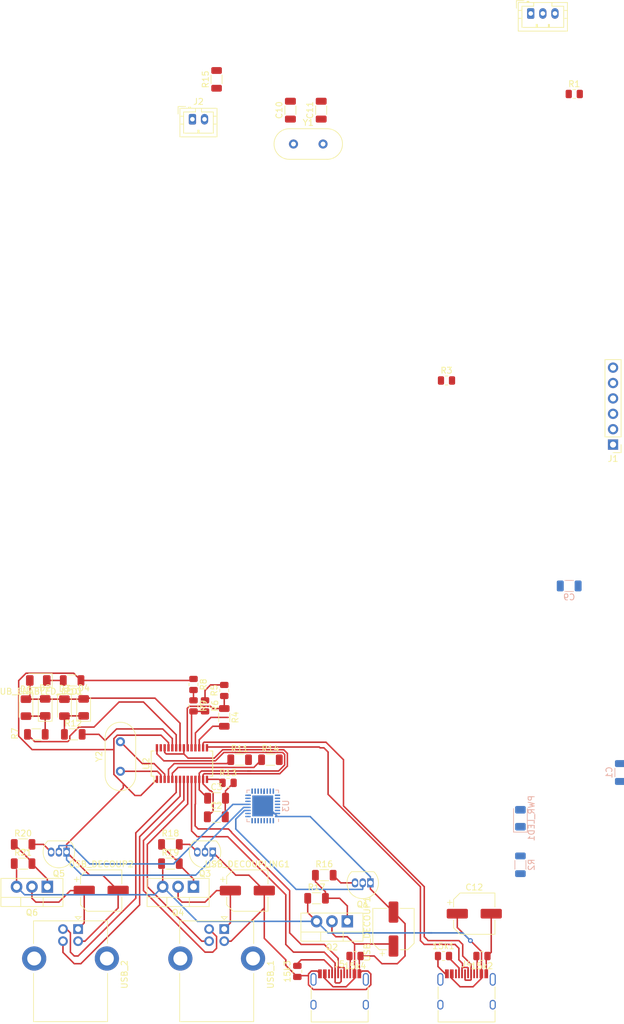
<source format=kicad_pcb>
(kicad_pcb (version 20171130) (host pcbnew "(5.1.9)-1")
  (layers (0 F.Cu signal) (31 B.Cu signal hide) (34 B.Paste user hide) (35 F.Paste user hide) (36 B.SilkS user) (37 F.SilkS user) (38 B.Mask user) (39 F.Mask user hide) (44 Edge.Cuts user))
  (net 0 "")
  (net 1 "Net-(15k1-Pad2)")
  (net 2 GND)
  (net 3 "Net-(15k2-Pad2)")
  (net 4 "Net-(15k3-Pad2)")
  (net 5 "Net-(15k4-Pad2)")
  (net 6 +5V)
  (net 7 "Net-(C2-Pad1)")
  (net 8 "Net-(C3-Pad1)")
  (net 9 +3V3)
  (net 10 "Net-(C10-Pad1)")
  (net 11 "Net-(C11-Pad1)")
  (net 12 "Net-(D1-Pad2)")
  (net 13 "Net-(D1-Pad1)")
  (net 14 "Net-(D3-Pad2)")
  (net 15 "Net-(HUB_ENABLED_LED1-Pad1)")
  (net 16 SWO)
  (net 17 NRST)
  (net 18 SWDIO)
  (net 19 SWCLK)
  (net 20 "Net-(J1-Pad1)")
  (net 21 ADC1)
  (net 22 SERVO_CONTROL)
  (net 23 "Net-(J4-PadB8)")
  (net 24 USB_UPSTREAM_M)
  (net 25 USB_UPSTREAM_P)
  (net 26 "Net-(J4-PadA8)")
  (net 27 GNDS)
  (net 28 USB_1_5V)
  (net 29 "Net-(J5-PadB8)")
  (net 30 USB_1_M)
  (net 31 USB_1_P)
  (net 32 "Net-(J5-PadA8)")
  (net 33 "Net-(PWR_LED1-Pad1)")
  (net 34 "Net-(Q1-Pad3)")
  (net 35 USB_1_ENABLE)
  (net 36 "Net-(Q2-Pad1)")
  (net 37 "Net-(Q3-Pad3)")
  (net 38 USB_2_ENABLE)
  (net 39 USB_2_5V)
  (net 40 "Net-(Q4-Pad1)")
  (net 41 "Net-(Q5-Pad3)")
  (net 42 USB_3_ENABLE)
  (net 43 USB_3_5V)
  (net 44 "Net-(Q6-Pad1)")
  (net 45 "Net-(R1-Pad2)")
  (net 46 "Net-(R4-Pad2)")
  (net 47 "Net-(R5-Pad2)")
  (net 48 "Net-(R6-Pad2)")
  (net 49 "Net-(R7-Pad1)")
  (net 50 "Net-(R8-Pad2)")
  (net 51 "Net-(R11-Pad2)")
  (net 52 USB_4_M)
  (net 53 "Net-(R12-Pad2)")
  (net 54 "Net-(R13-Pad1)")
  (net 55 "Net-(R14-Pad2)")
  (net 56 USB_4_P)
  (net 57 "Net-(U2-Pad27)")
  (net 58 USB_2_P)
  (net 59 USB_2_M)
  (net 60 USB_3_P)
  (net 61 USB_3_M)
  (net 62 "Net-(U2-Pad3)")
  (net 63 "Net-(U2-Pad2)")
  (net 64 "Net-(U3-Pad30)")
  (net 65 "Net-(U3-Pad28)")
  (net 66 "Net-(U3-Pad27)")
  (net 67 "Net-(U3-Pad25)")
  (net 68 "Net-(U3-Pad20)")
  (net 69 "Net-(U3-Pad19)")
  (net 70 "Net-(U3-Pad18)")
  (net 71 "Net-(U3-Pad15)")
  (net 72 "Net-(U3-Pad14)")
  (net 73 "Net-(U3-Pad10)")
  (net 74 "Net-(U3-Pad9)")
  (net 75 "Net-(U3-Pad8)")
  (net 76 "Net-(U3-Pad6)")
  (module Package_SO:SSOP-28_3.9x9.9mm_P0.635mm (layer F.Cu) (at 123.825 132.715 90)
    (fp_text reference U2 (at 0 -5.9 90) (layer F.SilkS))
    (fp_text value FE1.1s)
    (pad 28 smd rect (at 2.6 -4.1275 90) (size 1.2 0.4) (layers F.Cu F.Paste F.Mask) (net 8 "Net-(C3-Pad1)"))
    (pad 27 smd rect (at 2.6 -3.4925 90) (size 1.2 0.4) (layers F.Cu F.Paste F.Mask) (net 57 "Net-(U2-Pad27)"))
    (pad 26 smd rect (at 2.6 -2.8575 90) (size 1.2 0.4) (layers F.Cu F.Paste F.Mask) (net 7 "Net-(C2-Pad1)"))
    (pad 25 smd rect (at 2.6 -2.2225 90) (size 1.2 0.4) (layers F.Cu F.Paste F.Mask) (net 2 GND))
    (pad 24 smd rect (at 2.6 -1.5875 90) (size 1.2 0.4) (layers F.Cu F.Paste F.Mask) (net 53 "Net-(R12-Pad2)"))
    (pad 23 smd rect (at 2.6 -0.9525 90) (size 1.2 0.4) (layers F.Cu F.Paste F.Mask) (net 49 "Net-(R7-Pad1)"))
    (pad 22 smd rect (at 2.6 -0.3175 90) (size 1.2 0.4) (layers F.Cu F.Paste F.Mask) (net 13 "Net-(D1-Pad1)"))
    (pad 21 smd rect (at 2.6 0.3175 90) (size 1.2 0.4) (layers F.Cu F.Paste F.Mask) (net 7 "Net-(C2-Pad1)"))
    (pad 20 smd rect (at 2.6 0.9525 90) (size 1.2 0.4) (layers F.Cu F.Paste F.Mask) (net 6 +5V))
    (pad 19 smd rect (at 2.6 1.5875 90) (size 1.2 0.4) (layers F.Cu F.Paste F.Mask) (net 48 "Net-(R6-Pad2)"))
    (pad 18 smd rect (at 2.6 2.2225 90) (size 1.2 0.4) (layers F.Cu F.Paste F.Mask) (net 45 "Net-(R1-Pad2)"))
    (pad 17 smd rect (at 2.6 2.8575 90) (size 1.2 0.4) (layers F.Cu F.Paste F.Mask) (net 46 "Net-(R4-Pad2)"))
    (pad 16 smd rect (at 2.6 3.4925 90) (size 1.2 0.4) (layers F.Cu F.Paste F.Mask) (net 25 USB_UPSTREAM_P))
    (pad 15 smd rect (at 2.6 4.1275 90) (size 1.2 0.4) (layers F.Cu F.Paste F.Mask) (net 24 USB_UPSTREAM_M))
    (pad 14 smd rect (at -2.6 4.1275 90) (size 1.2 0.4) (layers F.Cu F.Paste F.Mask) (net 54 "Net-(R13-Pad1)"))
    (pad 13 smd rect (at -2.6 3.4925 90) (size 1.2 0.4) (layers F.Cu F.Paste F.Mask) (net 7 "Net-(C2-Pad1)"))
    (pad 12 smd rect (at -2.6 2.8575 90) (size 1.2 0.4) (layers F.Cu F.Paste F.Mask) (net 8 "Net-(C3-Pad1)"))
    (pad 11 smd rect (at -2.6 2.2225 90) (size 1.2 0.4) (layers F.Cu F.Paste F.Mask) (net 31 USB_1_P))
    (pad 10 smd rect (at -2.6 1.5875 90) (size 1.2 0.4) (layers F.Cu F.Paste F.Mask) (net 30 USB_1_M))
    (pad 9 smd rect (at -2.6 0.9525 90) (size 1.2 0.4) (layers F.Cu F.Paste F.Mask) (net 58 USB_2_P))
    (pad 8 smd rect (at -2.6 0.3175 90) (size 1.2 0.4) (layers F.Cu F.Paste F.Mask) (net 59 USB_2_M))
    (pad 7 smd rect (at -2.6 -0.3175 90) (size 1.2 0.4) (layers F.Cu F.Paste F.Mask) (net 60 USB_3_P))
    (pad 6 smd rect (at -2.6 -0.9525 90) (size 1.2 0.4) (layers F.Cu F.Paste F.Mask) (net 61 USB_3_M))
    (pad 5 smd rect (at -2.6 -1.5875 90) (size 1.2 0.4) (layers F.Cu F.Paste F.Mask) (net 56 USB_4_P))
    (pad 4 smd rect (at -2.6 -2.2225 90) (size 1.2 0.4) (layers F.Cu F.Paste F.Mask) (net 52 USB_4_M))
    (pad 3 smd rect (at -2.6 -2.8575 90) (size 1.2 0.4) (layers F.Cu F.Paste F.Mask) (net 62 "Net-(U2-Pad3)"))
    (pad 2 smd rect (at -2.6 -3.4925 90) (size 1.2 0.4) (layers F.Cu F.Paste F.Mask) (net 63 "Net-(U2-Pad2)"))
    (pad 1 smd rect (at -2.6 -4.1275 90) (size 1.2 0.4) (layers F.Cu F.Paste F.Mask) (net 2 GND))
  )
  (module Connector_USB:USB_B_Lumberg_2411_02_Horizontal (layer F.Cu) (at 106.68 160.02 270)
    (fp_text reference USB_2 (at 7.5 -7.65 90) (layer F.SilkS))
    (fp_text value USB_A)
    (pad 5 thru_hole circle (at 4.86 -4.75) (size 4 4) (drill 2.3) (layers *.Cu *.Mask) (net 27 GNDS))
    (pad 5 thru_hole circle (at 4.86 7.25) (size 4 4) (drill 2.3) (layers *.Cu *.Mask) (net 27 GNDS))
    (pad 4 thru_hole circle (at 2 0) (size 1.6 1.6) (drill 0.95) (layers *.Cu *.Mask) (net 2 GND))
    (pad 3 thru_hole circle (at 2 2.5) (size 1.6 1.6) (drill 0.95) (layers *.Cu *.Mask) (net 60 USB_3_P))
    (pad 2 thru_hole circle (at 0 2.5) (size 1.6 1.6) (drill 0.95) (layers *.Cu *.Mask) (net 61 USB_3_M))
    (pad 1 thru_hole rect (at 0 0) (size 1.6 1.6) (drill 0.95) (layers *.Cu *.Mask) (net 43 USB_3_5V))
  )
  (module Connector_USB:USB_B_Lumberg_2411_02_Horizontal (layer F.Cu) (at 130.81 160.02 270)
    (fp_text reference USB_1 (at 7.5 -7.65 90) (layer F.SilkS))
    (fp_text value USB_A)
    (pad 5 thru_hole circle (at 4.86 -4.75) (size 4 4) (drill 2.3) (layers *.Cu *.Mask) (net 27 GNDS))
    (pad 5 thru_hole circle (at 4.86 7.25) (size 4 4) (drill 2.3) (layers *.Cu *.Mask) (net 27 GNDS))
    (pad 4 thru_hole circle (at 2 0) (size 1.6 1.6) (drill 0.95) (layers *.Cu *.Mask) (net 2 GND))
    (pad 3 thru_hole circle (at 2 2.5) (size 1.6 1.6) (drill 0.95) (layers *.Cu *.Mask) (net 58 USB_2_P))
    (pad 2 thru_hole circle (at 0 2.5) (size 1.6 1.6) (drill 0.95) (layers *.Cu *.Mask) (net 59 USB_2_M))
    (pad 1 thru_hole rect (at 0 0) (size 1.6 1.6) (drill 0.95) (layers *.Cu *.Mask) (net 39 USB_2_5V))
  )
  (module Resistor_SMD:R_0805_2012Metric (layer F.Cu) (at 173.355 164.465 180)
    (fp_text reference 15k2 (at 0 -1.65) (layer F.SilkS))
    (fp_text value 15K)
    (pad 2 smd roundrect (at 0.9125 0 180) (size 1.025 1.4) (layers F.Cu F.Paste F.Mask) (roundrect_rratio 0.2439014634146341) (net 3 "Net-(15k2-Pad2)"))
    (pad 1 smd roundrect (at -0.9125 0 180) (size 1.025 1.4) (layers F.Cu F.Paste F.Mask) (roundrect_rratio 0.2439014634146341) (net 2 GND))
  )
  (module Capacitor_SMD:CP_Elec_6.3x5.9 (layer F.Cu) (at 158.75 160.02 90)
    (fp_text reference USB_DECOUP1 (at 0 -4.35 90) (layer F.SilkS))
    (fp_text value 100uF)
    (pad 2 smd roundrect (at 2.8 0 90) (size 3.5 1.6) (layers F.Cu F.Paste F.Mask) (roundrect_rratio 0.15625) (net 2 GND))
    (pad 1 smd roundrect (at -2.8 0 90) (size 3.5 1.6) (layers F.Cu F.Paste F.Mask) (roundrect_rratio 0.15625) (net 28 USB_1_5V))
  )
  (module Package_TO_SOT_THT:TO-220-3_Vertical (layer F.Cu) (at 151.13 158.75 180)
    (fp_text reference Q2 (at 2.54 -4.27) (layer F.SilkS))
    (fp_text value IRF9540N)
    (pad 3 thru_hole oval (at 5.08 0 180) (size 1.905 2) (drill 1.1) (layers *.Cu *.Mask) (net 6 +5V))
    (pad 2 thru_hole oval (at 2.54 0 180) (size 1.905 2) (drill 1.1) (layers *.Cu *.Mask) (net 28 USB_1_5V))
    (pad 1 thru_hole rect (at 0 0 180) (size 1.905 2) (drill 1.1) (layers *.Cu *.Mask) (net 36 "Net-(Q2-Pad1)"))
  )
  (module Resistor_SMD:R_0805_2012Metric (layer F.Cu) (at 152.4 164.465 180)
    (fp_text reference 15k4 (at 0 -1.65) (layer F.SilkS))
    (fp_text value 15K)
    (pad 1 smd roundrect (at -0.9125 0 180) (size 1.025 1.4) (layers F.Cu F.Paste F.Mask) (roundrect_rratio 0.2439014634146341) (net 2 GND))
    (pad 2 smd roundrect (at 0.9125 0 180) (size 1.025 1.4) (layers F.Cu F.Paste F.Mask) (roundrect_rratio 0.2439014634146341) (net 5 "Net-(15k4-Pad2)"))
  )
  (module Connector_USB:USB_C_Receptacle_HRO_TYPE-C-31-M-12 (layer F.Cu) (at 149.86 171.45)
    (fp_text reference J5 (at 0 -5.645) (layer F.SilkS))
    (fp_text value USB_C_Receptacle_USB2.0)
    (pad B1 smd rect (at 3.25 -4.045) (size 0.6 1.45) (layers F.Cu F.Paste F.Mask) (net 2 GND))
    (pad A9 smd rect (at 2.45 -4.045) (size 0.6 1.45) (layers F.Cu F.Paste F.Mask) (net 28 USB_1_5V))
    (pad B9 smd rect (at -2.45 -4.045) (size 0.6 1.45) (layers F.Cu F.Paste F.Mask) (net 28 USB_1_5V))
    (pad B12 smd rect (at -3.25 -4.045) (size 0.6 1.45) (layers F.Cu F.Paste F.Mask) (net 2 GND))
    (pad A1 smd rect (at -3.25 -4.045) (size 0.6 1.45) (layers F.Cu F.Paste F.Mask) (net 2 GND))
    (pad A4 smd rect (at -2.45 -4.045) (size 0.6 1.45) (layers F.Cu F.Paste F.Mask) (net 28 USB_1_5V))
    (pad B4 smd rect (at 2.45 -4.045) (size 0.6 1.45) (layers F.Cu F.Paste F.Mask) (net 28 USB_1_5V))
    (pad A12 smd rect (at 3.25 -4.045) (size 0.6 1.45) (layers F.Cu F.Paste F.Mask) (net 2 GND))
    (pad B8 smd rect (at -1.75 -4.045) (size 0.3 1.45) (layers F.Cu F.Paste F.Mask) (net 29 "Net-(J5-PadB8)"))
    (pad A5 smd rect (at -1.25 -4.045) (size 0.3 1.45) (layers F.Cu F.Paste F.Mask) (net 4 "Net-(15k3-Pad2)"))
    (pad B7 smd rect (at -0.75 -4.045) (size 0.3 1.45) (layers F.Cu F.Paste F.Mask) (net 30 USB_1_M))
    (pad A7 smd rect (at 0.25 -4.045) (size 0.3 1.45) (layers F.Cu F.Paste F.Mask) (net 30 USB_1_M))
    (pad B6 smd rect (at 0.75 -4.045) (size 0.3 1.45) (layers F.Cu F.Paste F.Mask) (net 31 USB_1_P))
    (pad A8 smd rect (at 1.25 -4.045) (size 0.3 1.45) (layers F.Cu F.Paste F.Mask) (net 32 "Net-(J5-PadA8)"))
    (pad B5 smd rect (at 1.75 -4.045) (size 0.3 1.45) (layers F.Cu F.Paste F.Mask) (net 5 "Net-(15k4-Pad2)"))
    (pad A6 smd rect (at -0.25 -4.045) (size 0.3 1.45) (layers F.Cu F.Paste F.Mask) (net 31 USB_1_P))
    (pad S1 thru_hole oval (at 4.32 -3.13) (size 1 2.1) (drill oval 0.6 1.7) (layers *.Cu *.Mask) (net 27 GNDS))
    (pad S1 thru_hole oval (at -4.32 -3.13) (size 1 2.1) (drill oval 0.6 1.7) (layers *.Cu *.Mask) (net 27 GNDS))
    (pad "" np_thru_hole circle (at -2.89 -2.6) (size 0.65 0.65) (drill 0.65) (layers *.Cu *.Mask))
    (pad S1 thru_hole oval (at -4.32 1.05) (size 1 1.6) (drill oval 0.6 1.2) (layers *.Cu *.Mask) (net 27 GNDS))
    (pad "" np_thru_hole circle (at 2.89 -2.6) (size 0.65 0.65) (drill 0.65) (layers *.Cu *.Mask))
    (pad S1 thru_hole oval (at 4.32 1.05) (size 1 1.6) (drill oval 0.6 1.2) (layers *.Cu *.Mask) (net 27 GNDS))
  )
  (module Package_TO_SOT_THT:TO-92_Inline (layer F.Cu) (at 104.775 147.32 180)
    (fp_text reference Q5 (at 1.27 -3.56) (layer F.SilkS))
    (fp_text value 2N7000)
    (pad 1 thru_hole rect (at 0 0 180) (size 1.05 1.5) (drill 0.75) (layers *.Cu *.Mask) (net 2 GND))
    (pad 3 thru_hole oval (at 2.54 0 180) (size 1.05 1.5) (drill 0.75) (layers *.Cu *.Mask) (net 41 "Net-(Q5-Pad3)"))
    (pad 2 thru_hole oval (at 1.27 0 180) (size 1.05 1.5) (drill 0.75) (layers *.Cu *.Mask) (net 42 USB_3_ENABLE))
  )
  (module Crystal:Crystal_HC49-U_Vertical (layer F.Cu) (at 113.665 133.985 90)
    (fp_text reference Y2 (at 2.44 -3.525 90) (layer F.SilkS))
    (fp_text value "12MHz Crystal")
    (pad 2 thru_hole circle (at 4.88 0 90) (size 1.5 1.5) (drill 0.8) (layers *.Cu *.Mask) (net 62 "Net-(U2-Pad3)"))
    (pad 1 thru_hole circle (at 0 0 90) (size 1.5 1.5) (drill 0.8) (layers *.Cu *.Mask) (net 63 "Net-(U2-Pad2)"))
  )
  (module Crystal:Crystal_HC49-U_Vertical (layer F.Cu) (at 142.24 30.48)
    (fp_text reference Y1 (at 2.44 -3.525) (layer F.SilkS))
    (fp_text value Crystal)
    (pad 2 thru_hole circle (at 4.88 0) (size 1.5 1.5) (drill 0.8) (layers *.Cu *.Mask) (net 11 "Net-(C11-Pad1)"))
    (pad 1 thru_hole circle (at 0 0) (size 1.5 1.5) (drill 0.8) (layers *.Cu *.Mask) (net 10 "Net-(C10-Pad1)"))
  )
  (module Capacitor_SMD:CP_Elec_6.3x5.9 (layer F.Cu) (at 134.62 153.67)
    (fp_text reference USB_DECOUPLING1 (at 0 -4.35) (layer F.SilkS))
    (fp_text value 100uF)
    (pad 2 smd roundrect (at 2.8 0) (size 3.5 1.6) (layers F.Cu F.Paste F.Mask) (roundrect_rratio 0.15625) (net 2 GND))
    (pad 1 smd roundrect (at -2.8 0) (size 3.5 1.6) (layers F.Cu F.Paste F.Mask) (roundrect_rratio 0.15625) (net 39 USB_2_5V))
  )
  (module Capacitor_SMD:CP_Elec_6.3x5.9 (layer F.Cu) (at 110.49 153.67)
    (fp_text reference USB_DECOUP2 (at 0 -4.35) (layer F.SilkS))
    (fp_text value 100uF)
    (pad 2 smd roundrect (at 2.8 0) (size 3.5 1.6) (layers F.Cu F.Paste F.Mask) (roundrect_rratio 0.15625) (net 2 GND))
    (pad 1 smd roundrect (at -2.8 0) (size 3.5 1.6) (layers F.Cu F.Paste F.Mask) (roundrect_rratio 0.15625) (net 43 USB_3_5V))
  )
  (module Package_DFN_QFN:QFN-32-1EP_5x5mm_P0.5mm_EP3.45x3.45mm (layer B.Cu) (at 137.16 139.7 90)
    (fp_text reference U3 (at 0 3.82 90) (layer B.SilkS) (effects (justify mirror)))
    (fp_text value STM32L432KCUx)
    (pad 33 smd rect (at 0 0 90) (size 3.45 3.45) (layers B.Cu B.Mask) (net 2 GND))
    (pad 32 smd roundrect (at -1.75 2.4375 90) (size 0.25 0.875) (layers B.Cu B.Paste B.Mask) (net 2 GND))
    (pad 31 smd roundrect (at -1.25 2.4375 90) (size 0.25 0.875) (layers B.Cu B.Paste B.Mask) (net 2 GND))
    (pad 30 smd roundrect (at -0.75 2.4375 90) (size 0.25 0.875) (layers B.Cu B.Paste B.Mask) (net 64 "Net-(U3-Pad30)"))
    (pad 29 smd roundrect (at -0.25 2.4375 90) (size 0.25 0.875) (layers B.Cu B.Paste B.Mask) (net 22 SERVO_CONTROL))
    (pad 28 smd roundrect (at 0.25 2.4375 90) (size 0.25 0.875) (layers B.Cu B.Paste B.Mask) (net 65 "Net-(U3-Pad28)"))
    (pad 27 smd roundrect (at 0.75 2.4375 90) (size 0.25 0.875) (layers B.Cu B.Paste B.Mask) (net 66 "Net-(U3-Pad27)"))
    (pad 26 smd roundrect (at 1.25 2.4375 90) (size 0.25 0.875) (layers B.Cu B.Paste B.Mask) (net 16 SWO))
    (pad 25 smd roundrect (at 1.75 2.4375 90) (size 0.25 0.875) (layers B.Cu B.Paste B.Mask) (net 67 "Net-(U3-Pad25)"))
    (pad 24 smd roundrect (at 2.4375 1.75 90) (size 0.875 0.25) (layers B.Cu B.Paste B.Mask) (net 19 SWCLK))
    (pad 23 smd roundrect (at 2.4375 1.25 90) (size 0.875 0.25) (layers B.Cu B.Paste B.Mask) (net 18 SWDIO))
    (pad 22 smd roundrect (at 2.4375 0.75 90) (size 0.875 0.25) (layers B.Cu B.Paste B.Mask) (net 55 "Net-(R14-Pad2)"))
    (pad 21 smd roundrect (at 2.4375 0.25 90) (size 0.875 0.25) (layers B.Cu B.Paste B.Mask) (net 51 "Net-(R11-Pad2)"))
    (pad 20 smd roundrect (at 2.4375 -0.25 90) (size 0.875 0.25) (layers B.Cu B.Paste B.Mask) (net 68 "Net-(U3-Pad20)"))
    (pad 19 smd roundrect (at 2.4375 -0.75 90) (size 0.875 0.25) (layers B.Cu B.Paste B.Mask) (net 69 "Net-(U3-Pad19)"))
    (pad 18 smd roundrect (at 2.4375 -1.25 90) (size 0.875 0.25) (layers B.Cu B.Paste B.Mask) (net 70 "Net-(U3-Pad18)"))
    (pad 17 smd roundrect (at 2.4375 -1.75 90) (size 0.875 0.25) (layers B.Cu B.Paste B.Mask) (net 9 +3V3))
    (pad 16 smd roundrect (at 1.75 -2.4375 90) (size 0.25 0.875) (layers B.Cu B.Paste B.Mask) (net 2 GND))
    (pad 15 smd roundrect (at 1.25 -2.4375 90) (size 0.25 0.875) (layers B.Cu B.Paste B.Mask) (net 71 "Net-(U3-Pad15)"))
    (pad 14 smd roundrect (at 0.75 -2.4375 90) (size 0.25 0.875) (layers B.Cu B.Paste B.Mask) (net 72 "Net-(U3-Pad14)"))
    (pad 13 smd roundrect (at 0.25 -2.4375 90) (size 0.25 0.875) (layers B.Cu B.Paste B.Mask) (net 42 USB_3_ENABLE))
    (pad 12 smd roundrect (at -0.25 -2.4375 90) (size 0.25 0.875) (layers B.Cu B.Paste B.Mask) (net 38 USB_2_ENABLE))
    (pad 11 smd roundrect (at -0.75 -2.4375 90) (size 0.25 0.875) (layers B.Cu B.Paste B.Mask) (net 35 USB_1_ENABLE))
    (pad 10 smd roundrect (at -1.25 -2.4375 90) (size 0.25 0.875) (layers B.Cu B.Paste B.Mask) (net 73 "Net-(U3-Pad10)"))
    (pad 9 smd roundrect (at -1.75 -2.4375 90) (size 0.25 0.875) (layers B.Cu B.Paste B.Mask) (net 74 "Net-(U3-Pad9)"))
    (pad 8 smd roundrect (at -2.4375 -1.75 90) (size 0.875 0.25) (layers B.Cu B.Paste B.Mask) (net 75 "Net-(U3-Pad8)"))
    (pad 7 smd roundrect (at -2.4375 -1.25 90) (size 0.875 0.25) (layers B.Cu B.Paste B.Mask) (net 21 ADC1))
    (pad 6 smd roundrect (at -2.4375 -0.75 90) (size 0.875 0.25) (layers B.Cu B.Paste B.Mask) (net 76 "Net-(U3-Pad6)"))
    (pad 5 smd roundrect (at -2.4375 -0.25 90) (size 0.875 0.25) (layers B.Cu B.Paste B.Mask) (net 9 +3V3))
    (pad 4 smd roundrect (at -2.4375 0.25 90) (size 0.875 0.25) (layers B.Cu B.Paste B.Mask) (net 17 NRST))
    (pad 3 smd roundrect (at -2.4375 0.75 90) (size 0.875 0.25) (layers B.Cu B.Paste B.Mask) (net 11 "Net-(C11-Pad1)"))
    (pad 2 smd roundrect (at -2.4375 1.25 90) (size 0.875 0.25) (layers B.Cu B.Paste B.Mask) (net 10 "Net-(C10-Pad1)"))
    (pad 1 smd roundrect (at -2.4375 1.75 90) (size 0.875 0.25) (layers B.Cu B.Paste B.Mask) (net 9 +3V3))
  )
  (module Package_TO_SOT_SMD:SOT-223-3_TabPin2 (layer B.Cu) (at 213.995 129.54 90)
    (fp_text reference U1 (at 0 4.5 270) (layer B.SilkS) (effects (justify mirror)))
    (fp_text value LD1117S50TR_SOT223)
    (pad 1 smd rect (at -3.15 2.3 90) (size 2 1.5) (layers B.Cu B.Paste B.Mask) (net 2 GND))
    (pad 3 smd rect (at -3.15 -2.3 90) (size 2 1.5) (layers B.Cu B.Paste B.Mask) (net 6 +5V))
    (pad 2 smd rect (at -3.15 0 90) (size 2 1.5) (layers B.Cu B.Paste B.Mask) (net 9 +3V3))
    (pad 2 smd rect (at 3.15 0 90) (size 2 3.8) (layers B.Cu B.Paste B.Mask) (net 9 +3V3))
  )
  (module Resistor_SMD:R_1206_3216Metric (layer F.Cu) (at 97.5975 149.225)
    (fp_text reference R21 (at 0 -1.82) (layer F.SilkS))
    (fp_text value 100K)
    (pad 2 smd roundrect (at 1.4625 0) (size 1.125 1.75) (layers F.Cu F.Paste F.Mask) (roundrect_rratio 0.2222213333333333) (net 44 "Net-(Q6-Pad1)"))
    (pad 1 smd roundrect (at -1.4625 0) (size 1.125 1.75) (layers F.Cu F.Paste F.Mask) (roundrect_rratio 0.2222213333333333) (net 6 +5V))
  )
  (module Resistor_SMD:R_1206_3216Metric (layer F.Cu) (at 97.5975 146.05)
    (fp_text reference R20 (at 0 -1.82) (layer F.SilkS))
    (fp_text value 10K)
    (pad 2 smd roundrect (at 1.4625 0) (size 1.125 1.75) (layers F.Cu F.Paste F.Mask) (roundrect_rratio 0.2222213333333333) (net 41 "Net-(Q5-Pad3)"))
    (pad 1 smd roundrect (at -1.4625 0) (size 1.125 1.75) (layers F.Cu F.Paste F.Mask) (roundrect_rratio 0.2222213333333333) (net 44 "Net-(Q6-Pad1)"))
  )
  (module Resistor_SMD:R_1206_3216Metric (layer F.Cu) (at 121.92 149.225)
    (fp_text reference R19 (at 0 -1.82) (layer F.SilkS))
    (fp_text value 100K)
    (pad 2 smd roundrect (at 1.4625 0) (size 1.125 1.75) (layers F.Cu F.Paste F.Mask) (roundrect_rratio 0.2222213333333333) (net 40 "Net-(Q4-Pad1)"))
    (pad 1 smd roundrect (at -1.4625 0) (size 1.125 1.75) (layers F.Cu F.Paste F.Mask) (roundrect_rratio 0.2222213333333333) (net 6 +5V))
  )
  (module Resistor_SMD:R_1206_3216Metric (layer F.Cu) (at 121.92 146.05)
    (fp_text reference R18 (at 0 -1.82) (layer F.SilkS))
    (fp_text value 10K)
    (pad 2 smd roundrect (at 1.4625 0) (size 1.125 1.75) (layers F.Cu F.Paste F.Mask) (roundrect_rratio 0.2222213333333333) (net 37 "Net-(Q3-Pad3)"))
    (pad 1 smd roundrect (at -1.4625 0) (size 1.125 1.75) (layers F.Cu F.Paste F.Mask) (roundrect_rratio 0.2222213333333333) (net 40 "Net-(Q4-Pad1)"))
  )
  (module Resistor_SMD:R_1206_3216Metric (layer F.Cu) (at 146.05 154.94)
    (fp_text reference R17 (at 0 -1.82) (layer F.SilkS))
    (fp_text value 100K)
    (pad 2 smd roundrect (at 1.4625 0) (size 1.125 1.75) (layers F.Cu F.Paste F.Mask) (roundrect_rratio 0.2222213333333333) (net 36 "Net-(Q2-Pad1)"))
    (pad 1 smd roundrect (at -1.4625 0) (size 1.125 1.75) (layers F.Cu F.Paste F.Mask) (roundrect_rratio 0.2222213333333333) (net 6 +5V))
  )
  (module Resistor_SMD:R_1206_3216Metric (layer F.Cu) (at 147.32 151.13)
    (fp_text reference R16 (at 0 -1.82) (layer F.SilkS))
    (fp_text value 10K)
    (pad 2 smd roundrect (at 1.4625 0) (size 1.125 1.75) (layers F.Cu F.Paste F.Mask) (roundrect_rratio 0.2222213333333333) (net 34 "Net-(Q1-Pad3)"))
    (pad 1 smd roundrect (at -1.4625 0) (size 1.125 1.75) (layers F.Cu F.Paste F.Mask) (roundrect_rratio 0.2222213333333333) (net 36 "Net-(Q2-Pad1)"))
  )
  (module Resistor_SMD:R_1206_3216Metric (layer F.Cu) (at 129.54 19.812 90)
    (fp_text reference R15 (at 0 -1.82 90) (layer F.SilkS))
    (fp_text value 10K)
    (pad 2 smd roundrect (at 1.4625 0 90) (size 1.125 1.75) (layers F.Cu F.Paste F.Mask) (roundrect_rratio 0.2222213333333333) (net 2 GND))
    (pad 1 smd roundrect (at -1.4625 0 90) (size 1.125 1.75) (layers F.Cu F.Paste F.Mask) (roundrect_rratio 0.2222213333333333) (net 21 ADC1))
  )
  (module Resistor_SMD:R_1206_3216Metric (layer F.Cu) (at 138.43 132.08)
    (fp_text reference R14 (at 0 -1.82) (layer F.SilkS))
    (fp_text value 22R)
    (pad 2 smd roundrect (at 1.4625 0) (size 1.125 1.75) (layers F.Cu F.Paste F.Mask) (roundrect_rratio 0.2222213333333333) (net 55 "Net-(R14-Pad2)"))
    (pad 1 smd roundrect (at -1.4625 0) (size 1.125 1.75) (layers F.Cu F.Paste F.Mask) (roundrect_rratio 0.2222213333333333) (net 56 USB_4_P))
  )
  (module Resistor_SMD:R_0805_2012Metric (layer F.Cu) (at 131.445 135.89)
    (fp_text reference R13 (at 0 -1.65) (layer F.SilkS))
    (fp_text value 2.7K)
    (pad 2 smd roundrect (at 0.9125 0) (size 1.025 1.4) (layers F.Cu F.Paste F.Mask) (roundrect_rratio 0.2439014634146341) (net 2 GND))
    (pad 1 smd roundrect (at -0.9125 0) (size 1.025 1.4) (layers F.Cu F.Paste F.Mask) (roundrect_rratio 0.2439014634146341) (net 54 "Net-(R13-Pad1)"))
  )
  (module Resistor_SMD:R_1206_3216Metric (layer F.Cu) (at 105.8825 127.89)
    (fp_text reference R12 (at 0 -1.82) (layer F.SilkS))
    (fp_text value 330R)
    (pad 1 smd roundrect (at -1.4625 0) (size 1.125 1.75) (layers F.Cu F.Paste F.Mask) (roundrect_rratio 0.2222213333333333) (net 14 "Net-(D3-Pad2)"))
    (pad 2 smd roundrect (at 1.4625 0) (size 1.125 1.75) (layers F.Cu F.Paste F.Mask) (roundrect_rratio 0.2222213333333333) (net 53 "Net-(R12-Pad2)"))
  )
  (module Resistor_SMD:R_1206_3216Metric (layer F.Cu) (at 133.35 132.08)
    (fp_text reference R11 (at 0 -1.82) (layer F.SilkS))
    (fp_text value 22R)
    (pad 2 smd roundrect (at 1.4625 0) (size 1.125 1.75) (layers F.Cu F.Paste F.Mask) (roundrect_rratio 0.2222213333333333) (net 51 "Net-(R11-Pad2)"))
    (pad 1 smd roundrect (at -1.4625 0) (size 1.125 1.75) (layers F.Cu F.Paste F.Mask) (roundrect_rratio 0.2222213333333333) (net 52 USB_4_M))
  )
  (module Resistor_SMD:R_1206_3216Metric (layer F.Cu) (at 105.69 119 180)
    (fp_text reference R10 (at 0 -1.82) (layer F.SilkS))
    (fp_text value 330R)
    (pad 1 smd roundrect (at -1.4625 0 180) (size 1.125 1.75) (layers F.Cu F.Paste F.Mask) (roundrect_rratio 0.2222213333333333) (net 2 GND))
    (pad 2 smd roundrect (at 1.4625 0 180) (size 1.125 1.75) (layers F.Cu F.Paste F.Mask) (roundrect_rratio 0.2222213333333333) (net 15 "Net-(HUB_ENABLED_LED1-Pad1)"))
  )
  (module Resistor_SMD:R_0805_2012Metric (layer F.Cu) (at 125.73 123.19 270)
    (fp_text reference R9 (at 0 -1.65 90) (layer F.SilkS))
    (fp_text value 0R)
    (pad 2 smd roundrect (at 0.9125 0 270) (size 1.025 1.4) (layers F.Cu F.Paste F.Mask) (roundrect_rratio 0.2439014634146341) (net 48 "Net-(R6-Pad2)"))
    (pad 1 smd roundrect (at -0.9125 0 270) (size 1.025 1.4) (layers F.Cu F.Paste F.Mask) (roundrect_rratio 0.2439014634146341) (net 50 "Net-(R8-Pad2)"))
  )
  (module Resistor_SMD:R_0805_2012Metric (layer F.Cu) (at 125.73 119.6575 270)
    (fp_text reference R8 (at 0 -1.65 90) (layer F.SilkS))
    (fp_text value 10K)
    (pad 2 smd roundrect (at 0.9125 0 270) (size 1.025 1.4) (layers F.Cu F.Paste F.Mask) (roundrect_rratio 0.2439014634146341) (net 50 "Net-(R8-Pad2)"))
    (pad 1 smd roundrect (at -0.9125 0 270) (size 1.025 1.4) (layers F.Cu F.Paste F.Mask) (roundrect_rratio 0.2439014634146341) (net 2 GND))
  )
  (module Resistor_SMD:R_1206_3216Metric (layer F.Cu) (at 99.7825 127.89)
    (fp_text reference R7 (at -3.5413 -0.127 270) (layer F.SilkS))
    (fp_text value 330R)
    (pad 1 smd roundrect (at -1.4625 0) (size 1.125 1.75) (layers F.Cu F.Paste F.Mask) (roundrect_rratio 0.2222213333333333) (net 49 "Net-(R7-Pad1)"))
    (pad 2 smd roundrect (at 1.4625 0) (size 1.125 1.75) (layers F.Cu F.Paste F.Mask) (roundrect_rratio 0.2222213333333333) (net 12 "Net-(D1-Pad2)"))
  )
  (module Resistor_SMD:R_0805_2012Metric (layer F.Cu) (at 127.635 123.19 270)
    (fp_text reference R6 (at 0 -1.65 90) (layer F.SilkS))
    (fp_text value 0R)
    (pad 2 smd roundrect (at 0.9125 0 270) (size 1.025 1.4) (layers F.Cu F.Paste F.Mask) (roundrect_rratio 0.2439014634146341) (net 48 "Net-(R6-Pad2)"))
    (pad 1 smd roundrect (at -0.9125 0 270) (size 1.025 1.4) (layers F.Cu F.Paste F.Mask) (roundrect_rratio 0.2439014634146341) (net 47 "Net-(R5-Pad2)"))
  )
  (module Resistor_SMD:R_0805_2012Metric (layer F.Cu) (at 130.81 120.65 90)
    (fp_text reference R5 (at 0 -1.65 90) (layer F.SilkS))
    (fp_text value 100K)
    (pad 2 smd roundrect (at 0.9125 0 90) (size 1.025 1.4) (layers F.Cu F.Paste F.Mask) (roundrect_rratio 0.2439014634146341) (net 47 "Net-(R5-Pad2)"))
    (pad 1 smd roundrect (at -0.9125 0 90) (size 1.025 1.4) (layers F.Cu F.Paste F.Mask) (roundrect_rratio 0.2439014634146341) (net 6 +5V))
  )
  (module Resistor_SMD:R_1206_3216Metric (layer F.Cu) (at 130.81 125.095 270)
    (fp_text reference R4 (at 0 -1.82 90) (layer F.SilkS))
    (fp_text value 100K)
    (pad 2 smd roundrect (at 1.4625 0 270) (size 1.125 1.75) (layers F.Cu F.Paste F.Mask) (roundrect_rratio 0.2222213333333333) (net 46 "Net-(R4-Pad2)"))
    (pad 1 smd roundrect (at -1.4625 0 270) (size 1.125 1.75) (layers F.Cu F.Paste F.Mask) (roundrect_rratio 0.2222213333333333) (net 6 +5V))
  )
  (module Resistor_SMD:R_0805_2012Metric (layer F.Cu) (at 167.5 69.5)
    (fp_text reference R3 (at 0 -1.65) (layer F.SilkS))
    (fp_text value 100K)
    (pad 2 smd roundrect (at 0.9125 0) (size 1.025 1.4) (layers F.Cu F.Paste F.Mask) (roundrect_rratio 0.2439014634146341) (net 45 "Net-(R1-Pad2)"))
    (pad 1 smd roundrect (at -0.9125 0) (size 1.025 1.4) (layers F.Cu F.Paste F.Mask) (roundrect_rratio 0.2439014634146341) (net 2 GND))
  )
  (module Resistor_SMD:R_1206_3216Metric (layer B.Cu) (at 179.705 149.4175 90)
    (fp_text reference R2 (at 0 1.82 270) (layer B.SilkS) (effects (justify mirror)))
    (fp_text value 330R)
    (pad 2 smd roundrect (at 1.4625 0 90) (size 1.125 1.75) (layers B.Cu B.Paste B.Mask) (roundrect_rratio 0.222222) (net 33 "Net-(PWR_LED1-Pad1)"))
    (pad 1 smd roundrect (at -1.4625 0 90) (size 1.125 1.75) (layers B.Cu B.Paste B.Mask) (roundrect_rratio 0.222222) (net 2 GND))
  )
  (module Resistor_SMD:R_0805_2012Metric (layer F.Cu) (at 188.595 22.225)
    (fp_text reference R1 (at 0 -1.65) (layer F.SilkS))
    (fp_text value 47K)
    (pad 2 smd roundrect (at 0.9125 0) (size 1.025 1.4) (layers F.Cu F.Paste F.Mask) (roundrect_rratio 0.2439014634146341) (net 45 "Net-(R1-Pad2)"))
    (pad 1 smd roundrect (at -0.9125 0) (size 1.025 1.4) (layers F.Cu F.Paste F.Mask) (roundrect_rratio 0.2439014634146341) (net 6 +5V))
  )
  (module Package_TO_SOT_THT:TO-220-3_Vertical (layer F.Cu) (at 101.6 153.035 180)
    (fp_text reference Q6 (at 2.54 -4.27) (layer F.SilkS))
    (fp_text value IRF9540N)
    (pad 3 thru_hole oval (at 5.08 0 180) (size 1.905 2) (drill 1.1) (layers *.Cu *.Mask) (net 6 +5V))
    (pad 2 thru_hole oval (at 2.54 0 180) (size 1.905 2) (drill 1.1) (layers *.Cu *.Mask) (net 43 USB_3_5V))
    (pad 1 thru_hole rect (at 0 0 180) (size 1.905 2) (drill 1.1) (layers *.Cu *.Mask) (net 44 "Net-(Q6-Pad1)"))
  )
  (module Package_TO_SOT_THT:TO-220-3_Vertical (layer F.Cu) (at 125.73 153.035 180)
    (fp_text reference Q4 (at 2.54 -4.27) (layer F.SilkS))
    (fp_text value IRF9540N)
    (pad 3 thru_hole oval (at 5.08 0 180) (size 1.905 2) (drill 1.1) (layers *.Cu *.Mask) (net 6 +5V))
    (pad 2 thru_hole oval (at 2.54 0 180) (size 1.905 2) (drill 1.1) (layers *.Cu *.Mask) (net 39 USB_2_5V))
    (pad 1 thru_hole rect (at 0 0 180) (size 1.905 2) (drill 1.1) (layers *.Cu *.Mask) (net 40 "Net-(Q4-Pad1)"))
  )
  (module Package_TO_SOT_THT:TO-92_Inline (layer F.Cu) (at 128.905 147.32 180)
    (fp_text reference Q3 (at 1.27 -3.56) (layer F.SilkS))
    (fp_text value 2N7000)
    (pad 1 thru_hole rect (at 0 0 180) (size 1.05 1.5) (drill 0.75) (layers *.Cu *.Mask) (net 2 GND))
    (pad 3 thru_hole oval (at 2.54 0 180) (size 1.05 1.5) (drill 0.75) (layers *.Cu *.Mask) (net 37 "Net-(Q3-Pad3)"))
    (pad 2 thru_hole oval (at 1.27 0 180) (size 1.05 1.5) (drill 0.75) (layers *.Cu *.Mask) (net 38 USB_2_ENABLE))
  )
  (module Package_TO_SOT_THT:TO-92_Inline (layer F.Cu) (at 154.94 152.4 180)
    (fp_text reference Q1 (at 1.27 -3.56) (layer F.SilkS))
    (fp_text value 2N7000)
    (pad 1 thru_hole rect (at 0 0 180) (size 1.05 1.5) (drill 0.75) (layers *.Cu *.Mask) (net 2 GND))
    (pad 3 thru_hole oval (at 2.54 0 180) (size 1.05 1.5) (drill 0.75) (layers *.Cu *.Mask) (net 34 "Net-(Q1-Pad3)"))
    (pad 2 thru_hole oval (at 1.27 0 180) (size 1.05 1.5) (drill 0.75) (layers *.Cu *.Mask) (net 35 USB_1_ENABLE))
  )
  (module LED_SMD:LED_1206_3216Metric (layer B.Cu) (at 179.705 141.735 90)
    (fp_text reference PWR_LED1 (at 0 1.82 270) (layer B.SilkS) (effects (justify mirror)))
    (fp_text value LED)
    (pad 2 smd roundrect (at 1.4 0 90) (size 1.25 1.75) (layers B.Cu B.Paste B.Mask) (roundrect_rratio 0.2) (net 6 +5V))
    (pad 1 smd roundrect (at -1.4 0 90) (size 1.25 1.75) (layers B.Cu B.Paste B.Mask) (roundrect_rratio 0.2) (net 33 "Net-(PWR_LED1-Pad1)"))
  )
  (module Connector_USB:USB_C_Receptacle_HRO_TYPE-C-31-M-12 (layer F.Cu) (at 170.815 171.45)
    (fp_text reference J4 (at 0 -5.645) (layer F.SilkS))
    (fp_text value USB_C_Receptacle_USB2.0)
    (pad B1 smd rect (at 3.25 -4.045) (size 0.6 1.45) (layers F.Cu F.Paste F.Mask) (net 2 GND))
    (pad A9 smd rect (at 2.45 -4.045) (size 0.6 1.45) (layers F.Cu F.Paste F.Mask) (net 6 +5V))
    (pad B9 smd rect (at -2.45 -4.045) (size 0.6 1.45) (layers F.Cu F.Paste F.Mask) (net 6 +5V))
    (pad B12 smd rect (at -3.25 -4.045) (size 0.6 1.45) (layers F.Cu F.Paste F.Mask) (net 2 GND))
    (pad A1 smd rect (at -3.25 -4.045) (size 0.6 1.45) (layers F.Cu F.Paste F.Mask) (net 2 GND))
    (pad A4 smd rect (at -2.45 -4.045) (size 0.6 1.45) (layers F.Cu F.Paste F.Mask) (net 6 +5V))
    (pad B4 smd rect (at 2.45 -4.045) (size 0.6 1.45) (layers F.Cu F.Paste F.Mask) (net 6 +5V))
    (pad A12 smd rect (at 3.25 -4.045) (size 0.6 1.45) (layers F.Cu F.Paste F.Mask) (net 2 GND))
    (pad B8 smd rect (at -1.75 -4.045) (size 0.3 1.45) (layers F.Cu F.Paste F.Mask) (net 23 "Net-(J4-PadB8)"))
    (pad A5 smd rect (at -1.25 -4.045) (size 0.3 1.45) (layers F.Cu F.Paste F.Mask) (net 1 "Net-(15k1-Pad2)"))
    (pad B7 smd rect (at -0.75 -4.045) (size 0.3 1.45) (layers F.Cu F.Paste F.Mask) (net 24 USB_UPSTREAM_M))
    (pad A7 smd rect (at 0.25 -4.045) (size 0.3 1.45) (layers F.Cu F.Paste F.Mask) (net 24 USB_UPSTREAM_M))
    (pad B6 smd rect (at 0.75 -4.045) (size 0.3 1.45) (layers F.Cu F.Paste F.Mask) (net 25 USB_UPSTREAM_P))
    (pad A8 smd rect (at 1.25 -4.045) (size 0.3 1.45) (layers F.Cu F.Paste F.Mask) (net 26 "Net-(J4-PadA8)"))
    (pad B5 smd rect (at 1.75 -4.045) (size 0.3 1.45) (layers F.Cu F.Paste F.Mask) (net 3 "Net-(15k2-Pad2)"))
    (pad A6 smd rect (at -0.25 -4.045) (size 0.3 1.45) (layers F.Cu F.Paste F.Mask) (net 25 USB_UPSTREAM_P))
    (pad S1 thru_hole oval (at 4.32 -3.13) (size 1 2.1) (drill oval 0.6 1.7) (layers *.Cu *.Mask) (net 27 GNDS))
    (pad S1 thru_hole oval (at -4.32 -3.13) (size 1 2.1) (drill oval 0.6 1.7) (layers *.Cu *.Mask) (net 27 GNDS))
    (pad "" np_thru_hole circle (at -2.89 -2.6) (size 0.65 0.65) (drill 0.65) (layers *.Cu *.Mask))
    (pad S1 thru_hole oval (at -4.32 1.05) (size 1 1.6) (drill oval 0.6 1.2) (layers *.Cu *.Mask) (net 27 GNDS))
    (pad "" np_thru_hole circle (at 2.89 -2.6) (size 0.65 0.65) (drill 0.65) (layers *.Cu *.Mask))
    (pad S1 thru_hole oval (at 4.32 1.05) (size 1 1.6) (drill oval 0.6 1.2) (layers *.Cu *.Mask) (net 27 GNDS))
  )
  (module Connector_JST:JST_PH_B3B-PH-K_1x03_P2.00mm_Vertical (layer F.Cu) (at 181.4068 8.9408)
    (fp_text reference J3 (at 2 -2.9) (layer F.SilkS))
    (fp_text value "Servo Connector")
    (pad 3 thru_hole oval (at 4 0) (size 1.2 1.75) (drill 0.75) (layers *.Cu *.Mask) (net 2 GND))
    (pad 2 thru_hole oval (at 2 0) (size 1.2 1.75) (drill 0.75) (layers *.Cu *.Mask) (net 22 SERVO_CONTROL))
    (pad 1 thru_hole roundrect (at 0 0) (size 1.2 1.75) (drill 0.75) (layers *.Cu *.Mask) (roundrect_rratio 0.2083325) (net 6 +5V))
  )
  (module Connector_JST:JST_PH_B2B-PH-K_1x02_P2.00mm_Vertical (layer F.Cu) (at 125.5522 26.3906)
    (fp_text reference J2 (at 1 -2.9) (layer F.SilkS))
    (fp_text value "Photocell Connector")
    (pad 2 thru_hole oval (at 2 0) (size 1.2 1.75) (drill 0.75) (layers *.Cu *.Mask) (net 21 ADC1))
    (pad 1 thru_hole roundrect (at 0 0) (size 1.2 1.75) (drill 0.75) (layers *.Cu *.Mask) (roundrect_rratio 0.2083325) (net 9 +3V3))
  )
  (module Connector_PinHeader_2.54mm:PinHeader_1x06_P2.54mm_Vertical (layer F.Cu) (at 195 80.08 180)
    (fp_text reference J1 (at 0 -2.33) (layer F.SilkS))
    (fp_text value "Programmer Connector")
    (pad 6 thru_hole oval (at 0 12.7 180) (size 1.7 1.7) (drill 1) (layers *.Cu *.Mask) (net 16 SWO))
    (pad 5 thru_hole oval (at 0 10.16 180) (size 1.7 1.7) (drill 1) (layers *.Cu *.Mask) (net 17 NRST))
    (pad 4 thru_hole oval (at 0 7.62 180) (size 1.7 1.7) (drill 1) (layers *.Cu *.Mask) (net 18 SWDIO))
    (pad 3 thru_hole oval (at 0 5.08 180) (size 1.7 1.7) (drill 1) (layers *.Cu *.Mask) (net 2 GND))
    (pad 2 thru_hole oval (at 0 2.54 180) (size 1.7 1.7) (drill 1) (layers *.Cu *.Mask) (net 19 SWCLK))
    (pad 1 thru_hole rect (at 0 0 180) (size 1.7 1.7) (drill 1) (layers *.Cu *.Mask) (net 20 "Net-(J1-Pad1)"))
  )
  (module LED_SMD:LED_1206_3216Metric (layer F.Cu) (at 100.105 119 180)
    (fp_text reference HUB_ENABLED_LED1 (at 0 -1.82) (layer F.SilkS))
    (fp_text value LED)
    (pad 1 smd roundrect (at -1.4 0 180) (size 1.25 1.75) (layers F.Cu F.Paste F.Mask) (roundrect_rratio 0.2) (net 15 "Net-(HUB_ENABLED_LED1-Pad1)"))
    (pad 2 smd roundrect (at 1.4 0 180) (size 1.25 1.75) (layers F.Cu F.Paste F.Mask) (roundrect_rratio 0.2) (net 13 "Net-(D1-Pad1)"))
  )
  (module LED_SMD:LED_1206_3216Metric (layer F.Cu) (at 107.595 123.445 90)
    (fp_text reference D4 (at 3.175 0.0381 180) (layer F.SilkS))
    (fp_text value LED)
    (pad 1 smd roundrect (at -1.4 0 90) (size 1.25 1.75) (layers F.Cu F.Paste F.Mask) (roundrect_rratio 0.2) (net 14 "Net-(D3-Pad2)"))
    (pad 2 smd roundrect (at 1.4 0 90) (size 1.25 1.75) (layers F.Cu F.Paste F.Mask) (roundrect_rratio 0.2) (net 13 "Net-(D1-Pad1)"))
  )
  (module LED_SMD:LED_1206_3216Metric (layer F.Cu) (at 104.42 123.485 270)
    (fp_text reference D3 (at -3.1369 -0.0508 180) (layer F.SilkS))
    (fp_text value LED)
    (pad 1 smd roundrect (at -1.4 0 270) (size 1.25 1.75) (layers F.Cu F.Paste F.Mask) (roundrect_rratio 0.2) (net 13 "Net-(D1-Pad1)"))
    (pad 2 smd roundrect (at 1.4 0 270) (size 1.25 1.75) (layers F.Cu F.Paste F.Mask) (roundrect_rratio 0.2) (net 14 "Net-(D3-Pad2)"))
  )
  (module LED_SMD:LED_1206_3216Metric (layer F.Cu) (at 101.245 123.445 90)
    (fp_text reference D2 (at 3.175 0 180) (layer F.SilkS))
    (fp_text value LED)
    (pad 1 smd roundrect (at -1.4 0 90) (size 1.25 1.75) (layers F.Cu F.Paste F.Mask) (roundrect_rratio 0.2) (net 12 "Net-(D1-Pad2)"))
    (pad 2 smd roundrect (at 1.4 0 90) (size 1.25 1.75) (layers F.Cu F.Paste F.Mask) (roundrect_rratio 0.2) (net 13 "Net-(D1-Pad1)"))
  )
  (module LED_SMD:LED_1206_3216Metric (layer F.Cu) (at 98.07 123.485 270)
    (fp_text reference D1 (at -3.045 0 180) (layer F.SilkS))
    (fp_text value LED)
    (pad 1 smd roundrect (at -1.4 0 270) (size 1.25 1.75) (layers F.Cu F.Paste F.Mask) (roundrect_rratio 0.2) (net 13 "Net-(D1-Pad1)"))
    (pad 2 smd roundrect (at 1.4 0 270) (size 1.25 1.75) (layers F.Cu F.Paste F.Mask) (roundrect_rratio 0.2) (net 12 "Net-(D1-Pad2)"))
  )
  (module Capacitor_SMD:CP_Elec_6.3x5.9 (layer F.Cu) (at 172.085 157.48)
    (fp_text reference C12 (at 0 -4.35) (layer F.SilkS))
    (fp_text value 100uF)
    (pad 2 smd roundrect (at 2.8 0) (size 3.5 1.6) (layers F.Cu F.Paste F.Mask) (roundrect_rratio 0.15625) (net 2 GND))
    (pad 1 smd roundrect (at -2.8 0) (size 3.5 1.6) (layers F.Cu F.Paste F.Mask) (roundrect_rratio 0.15625) (net 6 +5V))
  )
  (module Capacitor_SMD:C_1206_3216Metric (layer F.Cu) (at 146.812 24.892 90)
    (fp_text reference C11 (at 0 -1.85 90) (layer F.SilkS))
    (fp_text value 10pF)
    (pad 2 smd roundrect (at 1.475 0 90) (size 1.15 1.8) (layers F.Cu F.Paste F.Mask) (roundrect_rratio 0.2173904347826087) (net 2 GND))
    (pad 1 smd roundrect (at -1.475 0 90) (size 1.15 1.8) (layers F.Cu F.Paste F.Mask) (roundrect_rratio 0.2173904347826087) (net 11 "Net-(C11-Pad1)"))
  )
  (module Capacitor_SMD:C_1206_3216Metric (layer F.Cu) (at 141.732 24.892 90)
    (fp_text reference C10 (at 0 -1.85 90) (layer F.SilkS))
    (fp_text value 10pF)
    (pad 2 smd roundrect (at 1.475 0 90) (size 1.15 1.8) (layers F.Cu F.Paste F.Mask) (roundrect_rratio 0.2173904347826087) (net 2 GND))
    (pad 1 smd roundrect (at -1.475 0 90) (size 1.15 1.8) (layers F.Cu F.Paste F.Mask) (roundrect_rratio 0.2173904347826087) (net 10 "Net-(C10-Pad1)"))
  )
  (module Capacitor_SMD:C_1206_3216Metric (layer B.Cu) (at 187.7568 103.4034)
    (fp_text reference C9 (at 0 1.85) (layer B.SilkS) (effects (justify mirror)))
    (fp_text value 100nF)
    (pad 2 smd roundrect (at 1.475 0) (size 1.15 1.8) (layers B.Cu B.Paste B.Mask) (roundrect_rratio 0.217391) (net 2 GND))
    (pad 1 smd roundrect (at -1.475 0) (size 1.15 1.8) (layers B.Cu B.Paste B.Mask) (roundrect_rratio 0.217391) (net 9 +3V3))
  )
  (module Capacitor_SMD:C_1206_3216Metric (layer B.Cu) (at 219.7844 108.7374)
    (fp_text reference C8 (at 0 1.85) (layer B.SilkS) (effects (justify mirror)))
    (fp_text value 100nF)
    (pad 2 smd roundrect (at 1.475 0) (size 1.15 1.8) (layers B.Cu B.Paste B.Mask) (roundrect_rratio 0.217391) (net 2 GND))
    (pad 1 smd roundrect (at -1.475 0) (size 1.15 1.8) (layers B.Cu B.Paste B.Mask) (roundrect_rratio 0.217391) (net 9 +3V3))
  )
  (module Capacitor_SMD:C_1206_3216Metric (layer B.Cu) (at 202.36 114.935)
    (fp_text reference C7 (at 0 1.85) (layer B.SilkS) (effects (justify mirror)))
    (fp_text value 4.7uF)
    (pad 2 smd roundrect (at 1.475 0) (size 1.15 1.8) (layers B.Cu B.Paste B.Mask) (roundrect_rratio 0.217391) (net 2 GND))
    (pad 1 smd roundrect (at -1.475 0) (size 1.15 1.8) (layers B.Cu B.Paste B.Mask) (roundrect_rratio 0.217391) (net 9 +3V3))
  )
  (module Capacitor_SMD:C_1206_3216Metric (layer B.Cu) (at 225.425 133.985 270)
    (fp_text reference C6 (at 0 1.85 270) (layer B.SilkS) (effects (justify mirror)))
    (fp_text value 4.7uF)
    (pad 2 smd roundrect (at 1.475 0 270) (size 1.15 1.8) (layers B.Cu B.Paste B.Mask) (roundrect_rratio 0.217391) (net 2 GND))
    (pad 1 smd roundrect (at -1.475 0 270) (size 1.15 1.8) (layers B.Cu B.Paste B.Mask) (roundrect_rratio 0.217391) (net 9 +3V3))
  )
  (module Capacitor_SMD:C_1206_3216Metric (layer B.Cu) (at 234.52 130.429)
    (fp_text reference C5 (at 0 1.85) (layer B.SilkS) (effects (justify mirror)))
    (fp_text value 10uF)
    (pad 2 smd roundrect (at 1.475 0) (size 1.15 1.8) (layers B.Cu B.Paste B.Mask) (roundrect_rratio 0.217391) (net 2 GND))
    (pad 1 smd roundrect (at -1.475 0) (size 1.15 1.8) (layers B.Cu B.Paste B.Mask) (roundrect_rratio 0.217391) (net 9 +3V3))
  )
  (module Capacitor_SMD:C_1206_3216Metric (layer B.Cu) (at 229.44 121.285)
    (fp_text reference C4 (at 0 1.85) (layer B.SilkS) (effects (justify mirror)))
    (fp_text value 10uF)
    (pad 2 smd roundrect (at 1.475 0) (size 1.15 1.8) (layers B.Cu B.Paste B.Mask) (roundrect_rratio 0.217391) (net 2 GND))
    (pad 1 smd roundrect (at -1.475 0) (size 1.15 1.8) (layers B.Cu B.Paste B.Mask) (roundrect_rratio 0.217391) (net 6 +5V))
  )
  (module Capacitor_SMD:C_1206_3216Metric (layer F.Cu) (at 129.54 138.43)
    (fp_text reference C3 (at 0 -1.85) (layer F.SilkS))
    (fp_text value 10uF)
    (pad 1 smd roundrect (at -1.475 0) (size 1.15 1.8) (layers F.Cu F.Paste F.Mask) (roundrect_rratio 0.2173904347826087) (net 8 "Net-(C3-Pad1)"))
    (pad 2 smd roundrect (at 1.475 0) (size 1.15 1.8) (layers F.Cu F.Paste F.Mask) (roundrect_rratio 0.2173904347826087) (net 2 GND))
  )
  (module Capacitor_SMD:C_1206_3216Metric (layer F.Cu) (at 129.5 141.5)
    (fp_text reference C2 (at 0 -1.85) (layer F.SilkS))
    (fp_text value 10uF)
    (pad 2 smd roundrect (at 1.475 0) (size 1.15 1.8) (layers F.Cu F.Paste F.Mask) (roundrect_rratio 0.2173904347826087) (net 2 GND))
    (pad 1 smd roundrect (at -1.475 0) (size 1.15 1.8) (layers F.Cu F.Paste F.Mask) (roundrect_rratio 0.2173904347826087) (net 7 "Net-(C2-Pad1)"))
  )
  (module Capacitor_SMD:C_1206_3216Metric (layer B.Cu) (at 196.215 134.19 270)
    (fp_text reference C1 (at 0 1.85 270) (layer B.SilkS) (effects (justify mirror)))
    (fp_text value 10uF)
    (pad 2 smd roundrect (at 1.475 0 270) (size 1.15 1.8) (layers B.Cu B.Paste B.Mask) (roundrect_rratio 0.217391) (net 6 +5V))
    (pad 1 smd roundrect (at -1.475 0 270) (size 1.15 1.8) (layers B.Cu B.Paste B.Mask) (roundrect_rratio 0.217391) (net 2 GND))
  )
  (module Resistor_SMD:R_0805_2012Metric (layer F.Cu) (at 142.875 167.005 90)
    (fp_text reference 15k3 (at 0 -1.65 90) (layer F.SilkS))
    (fp_text value 15K)
    (pad 1 smd roundrect (at -0.9125 0 90) (size 1.025 1.4) (layers F.Cu F.Paste F.Mask) (roundrect_rratio 0.2439014634146341) (net 2 GND))
    (pad 2 smd roundrect (at 0.9125 0 90) (size 1.025 1.4) (layers F.Cu F.Paste F.Mask) (roundrect_rratio 0.2439014634146341) (net 4 "Net-(15k3-Pad2)"))
  )
  (module Resistor_SMD:R_0805_2012Metric (layer F.Cu) (at 167.005 164.465)
    (fp_text reference 15k1 (at 0 -1.65) (layer F.SilkS))
    (fp_text value 15K)
    (pad 2 smd roundrect (at 0.9125 0) (size 1.025 1.4) (layers F.Cu F.Paste F.Mask) (roundrect_rratio 0.2439014634146341) (net 1 "Net-(15k1-Pad2)"))
    (pad 1 smd roundrect (at -0.9125 0) (size 1.025 1.4) (layers F.Cu F.Paste F.Mask) (roundrect_rratio 0.2439014634146341) (net 2 GND))
  )
  (segment (start 167.9175 164.7825) (end 167.9175 164.465) (width 0.25) (layer F.Cu) (net 1))
  (segment (start 169.565 166.43) (end 167.9175 164.7825) (width 0.25) (layer F.Cu) (net 1))
  (segment (start 169.565 167.405) (end 169.565 166.43) (width 0.25) (layer F.Cu) (net 1))
  (segment (start 107.81137 162.02) (end 106.68 162.02) (width 0.25) (layer F.Cu) (net 2))
  (segment (start 113.29 156.54137) (end 107.81137 162.02) (width 0.25) (layer F.Cu) (net 2))
  (segment (start 113.29 153.67) (end 113.29 156.54137) (width 0.25) (layer F.Cu) (net 2))
  (segment (start 113.29 153.67) (end 110.75 151.13) (width 0.25) (layer F.Cu) (net 2))
  (segment (start 108.585 151.13) (end 104.775 147.32) (width 0.25) (layer F.Cu) (net 2))
  (segment (start 110.75 151.13) (end 108.585 151.13) (width 0.25) (layer F.Cu) (net 2))
  (segment (start 137.42 156.54137) (end 131.94137 162.02) (width 0.25) (layer F.Cu) (net 2))
  (segment (start 137.42 153.67) (end 137.42 156.54137) (width 0.25) (layer F.Cu) (net 2))
  (segment (start 131.94137 162.02) (end 130.81 162.02) (width 0.25) (layer F.Cu) (net 2))
  (segment (start 134.88 151.13) (end 132.715 151.13) (width 0.25) (layer F.Cu) (net 2))
  (segment (start 132.715 151.13) (end 128.905 147.32) (width 0.25) (layer F.Cu) (net 2))
  (segment (start 137.42 153.67) (end 134.88 151.13) (width 0.25) (layer F.Cu) (net 2))
  (segment (start 155.00501 169.21173) (end 155.00501 167.42827) (width 0.25) (layer F.Cu) (net 2))
  (segment (start 155.00501 167.42827) (end 154.52173 166.94499) (width 0.25) (layer F.Cu) (net 2))
  (segment (start 154.22173 169.99501) (end 155.00501 169.21173) (width 0.25) (layer F.Cu) (net 2))
  (segment (start 144.71499 169.21173) (end 145.49827 169.99501) (width 0.25) (layer F.Cu) (net 2))
  (segment (start 145.19827 166.94499) (end 144.71499 167.42827) (width 0.25) (layer F.Cu) (net 2))
  (segment (start 153.57001 166.94499) (end 153.11 167.405) (width 0.25) (layer F.Cu) (net 2))
  (segment (start 146.14999 166.94499) (end 145.19827 166.94499) (width 0.25) (layer F.Cu) (net 2))
  (segment (start 145.49827 169.99501) (end 154.22173 169.99501) (width 0.25) (layer F.Cu) (net 2))
  (segment (start 146.61 167.405) (end 146.14999 166.94499) (width 0.25) (layer F.Cu) (net 2))
  (segment (start 143.08749 167.70501) (end 142.875 167.9175) (width 0.25) (layer F.Cu) (net 2))
  (segment (start 144.71499 167.70501) (end 143.08749 167.70501) (width 0.25) (layer F.Cu) (net 2))
  (segment (start 144.71499 167.42827) (end 144.71499 167.70501) (width 0.25) (layer F.Cu) (net 2))
  (segment (start 144.71499 167.70501) (end 144.71499 169.21173) (width 0.25) (layer F.Cu) (net 2))
  (segment (start 137.42 156.54137) (end 137.42 161.55) (width 0.25) (layer F.Cu) (net 2))
  (segment (start 137.42 161.55) (end 140.97 165.1) (width 0.25) (layer F.Cu) (net 2))
  (segment (start 140.97 166.0125) (end 142.875 167.9175) (width 0.25) (layer F.Cu) (net 2))
  (segment (start 140.97 165.1) (end 140.97 166.0125) (width 0.25) (layer F.Cu) (net 2))
  (segment (start 154.94 153.41) (end 154.94 152.4) (width 0.25) (layer F.Cu) (net 2))
  (segment (start 158.75 157.22) (end 154.94 153.41) (width 0.25) (layer F.Cu) (net 2))
  (segment (start 154.24499 166.94499) (end 153.57001 166.94499) (width 0.25) (layer F.Cu) (net 2))
  (segment (start 154.52173 166.94499) (end 154.24499 166.94499) (width 0.25) (layer F.Cu) (net 2))
  (segment (start 153.11 164.6675) (end 153.3125 164.465) (width 0.25) (layer F.Cu) (net 2))
  (segment (start 153.11 167.405) (end 153.11 164.6675) (width 0.25) (layer F.Cu) (net 2))
  (segment (start 153.3125 164.465) (end 155.575 164.465) (width 0.25) (layer F.Cu) (net 2))
  (segment (start 155.575 164.465) (end 156.845 165.735) (width 0.25) (layer F.Cu) (net 2))
  (segment (start 156.845 165.735) (end 159.385 165.735) (width 0.25) (layer F.Cu) (net 2))
  (segment (start 159.385 165.735) (end 160.655 164.465) (width 0.25) (layer F.Cu) (net 2))
  (segment (start 160.655 159.125) (end 158.75 157.22) (width 0.25) (layer F.Cu) (net 2))
  (segment (start 160.655 164.465) (end 160.655 159.125) (width 0.25) (layer F.Cu) (net 2))
  (segment (start 166.0925 166.20076) (end 166.0925 164.465) (width 0.25) (layer F.Cu) (net 2))
  (segment (start 167.29674 167.405) (end 166.0925 166.20076) (width 0.25) (layer F.Cu) (net 2))
  (segment (start 167.565 167.405) (end 167.29674 167.405) (width 0.25) (layer F.Cu) (net 2))
  (segment (start 174.065 164.6675) (end 174.2675 164.465) (width 0.25) (layer F.Cu) (net 2))
  (segment (start 174.065 167.405) (end 174.065 164.6675) (width 0.25) (layer F.Cu) (net 2))
  (segment (start 174.885 163.8475) (end 174.2675 164.465) (width 0.25) (layer F.Cu) (net 2))
  (segment (start 174.885 157.48) (end 174.885 163.8475) (width 0.25) (layer F.Cu) (net 2))
  (segment (start 104.775 147.32) (end 104.775 148.59) (width 0.25) (layer B.Cu) (net 2))
  (segment (start 104.775 148.59) (end 107.315 151.13) (width 0.25) (layer B.Cu) (net 2))
  (segment (start 128.905 148.32) (end 128.905 147.32) (width 0.25) (layer B.Cu) (net 2))
  (segment (start 126.095 151.13) (end 128.905 148.32) (width 0.25) (layer B.Cu) (net 2))
  (segment (start 107.315 151.13) (end 126.095 151.13) (width 0.25) (layer B.Cu) (net 2))
  (segment (start 138.41 140.95) (end 137.16 139.7) (width 0.25) (layer B.Cu) (net 2))
  (segment (start 139.5975 140.95) (end 138.41 140.95) (width 0.25) (layer B.Cu) (net 2))
  (segment (start 137.8475 139.7) (end 137.16 139.7) (width 0.25) (layer B.Cu) (net 2))
  (segment (start 139.5975 141.45) (end 137.8475 139.7) (width 0.25) (layer B.Cu) (net 2))
  (segment (start 134.7225 137.95) (end 135.1 137.95) (width 0.25) (layer B.Cu) (net 2))
  (segment (start 154.94 151.4) (end 154.94 152.4) (width 0.25) (layer B.Cu) (net 2))
  (segment (start 144.99 141.45) (end 154.94 151.4) (width 0.25) (layer B.Cu) (net 2))
  (segment (start 139.5975 141.45) (end 144.99 141.45) (width 0.25) (layer B.Cu) (net 2))
  (segment (start 119.6975 135.315) (end 117.02875 137.98375) (width 0.25) (layer F.Cu) (net 2))
  (segment (start 116.072748 137.98375) (end 117.02875 137.98375) (width 0.25) (layer F.Cu) (net 2))
  (segment (start 104.775 147.32) (end 104.775 146.05) (width 0.25) (layer F.Cu) (net 2))
  (segment (start 114.139499 136.685501) (end 114.139499 136.050501) (width 0.25) (layer F.Cu) (net 2))
  (segment (start 104.775 146.05) (end 114.139499 136.685501) (width 0.25) (layer F.Cu) (net 2))
  (segment (start 114.139499 136.050501) (end 116.072748 137.98375) (width 0.25) (layer F.Cu) (net 2))
  (segment (start 112.589999 134.501001) (end 114.139499 136.050501) (width 0.25) (layer F.Cu) (net 2))
  (segment (start 113.148999 128.029999) (end 112.589999 128.588999) (width 0.25) (layer F.Cu) (net 2))
  (segment (start 120.367499 128.029999) (end 113.148999 128.029999) (width 0.25) (layer F.Cu) (net 2))
  (segment (start 121.6025 129.265) (end 120.367499 128.029999) (width 0.25) (layer F.Cu) (net 2))
  (segment (start 121.6025 130.115) (end 121.6025 129.265) (width 0.25) (layer F.Cu) (net 2))
  (segment (start 96.86999 119.02182) (end 96.86999 128.19068) (width 0.25) (layer F.Cu) (net 2))
  (segment (start 99.089311 130.410001) (end 112.589999 130.410001) (width 0.25) (layer F.Cu) (net 2))
  (segment (start 98.09182 117.79999) (end 96.86999 119.02182) (width 0.25) (layer F.Cu) (net 2))
  (segment (start 105.95249 117.79999) (end 98.09182 117.79999) (width 0.25) (layer F.Cu) (net 2))
  (segment (start 107.1525 119) (end 105.95249 117.79999) (width 0.25) (layer F.Cu) (net 2))
  (segment (start 96.86999 128.19068) (end 99.089311 130.410001) (width 0.25) (layer F.Cu) (net 2))
  (segment (start 112.589999 130.410001) (end 112.589999 134.501001) (width 0.25) (layer F.Cu) (net 2))
  (segment (start 112.589999 128.588999) (end 112.589999 130.410001) (width 0.25) (layer F.Cu) (net 2))
  (segment (start 125.475 119) (end 125.73 118.745) (width 0.25) (layer F.Cu) (net 2))
  (segment (start 107.1525 119) (end 125.475 119) (width 0.25) (layer F.Cu) (net 2))
  (segment (start 130.975 138.47) (end 131.015 138.43) (width 0.25) (layer F.Cu) (net 2))
  (segment (start 130.975 141.5) (end 130.975 138.47) (width 0.25) (layer F.Cu) (net 2))
  (segment (start 131.015 137.2325) (end 132.3575 135.89) (width 0.25) (layer F.Cu) (net 2))
  (segment (start 131.015 138.43) (end 131.015 137.2325) (width 0.25) (layer F.Cu) (net 2))
  (segment (start 172.4425 164.465) (end 172.639999 164.662499) (width 0.25) (layer F.Cu) (net 3))
  (segment (start 172.565 164.5875) (end 172.4425 164.465) (width 0.25) (layer F.Cu) (net 3))
  (segment (start 172.565 167.405) (end 172.565 164.5875) (width 0.25) (layer F.Cu) (net 3))
  (segment (start 142.875 166.0925) (end 142.875 165.735) (width 0.25) (layer F.Cu) (net 4))
  (segment (start 142.875 165.735) (end 143.51 165.1) (width 0.25) (layer F.Cu) (net 4))
  (segment (start 148.61 166.43) (end 148.61 167.405) (width 0.25) (layer F.Cu) (net 4))
  (segment (start 147.28 165.1) (end 148.61 166.43) (width 0.25) (layer F.Cu) (net 4))
  (segment (start 143.51 165.1) (end 147.28 165.1) (width 0.25) (layer F.Cu) (net 4))
  (segment (start 151.61 164.5875) (end 151.4875 164.465) (width 0.25) (layer F.Cu) (net 5))
  (segment (start 151.61 167.405) (end 151.61 164.5875) (width 0.25) (layer F.Cu) (net 5))
  (segment (start 96.52 149.61) (end 96.135 149.225) (width 0.25) (layer F.Cu) (net 6))
  (segment (start 96.52 153.035) (end 96.52 150.245) (width 0.25) (layer F.Cu) (net 6))
  (segment (start 120.65 149.61) (end 120.265 149.225) (width 0.25) (layer F.Cu) (net 6))
  (segment (start 120.65 153.035) (end 120.65 150.245) (width 0.25) (layer F.Cu) (net 6))
  (segment (start 144.5875 157.2875) (end 146.05 158.75) (width 0.25) (layer F.Cu) (net 6))
  (segment (start 144.5875 154.94) (end 144.5875 157.2875) (width 0.25) (layer F.Cu) (net 6))
  (segment (start 173.265 167.405) (end 173.355 167.315) (width 0.25) (layer F.Cu) (net 6))
  (segment (start 173.265 168.165002) (end 171.885002 169.545) (width 0.25) (layer F.Cu) (net 6))
  (segment (start 173.265 167.405) (end 173.265 168.165002) (width 0.25) (layer F.Cu) (net 6))
  (segment (start 169.744998 169.545) (end 168.365 168.165002) (width 0.25) (layer F.Cu) (net 6))
  (segment (start 168.365 168.165002) (end 168.365 167.405) (width 0.25) (layer F.Cu) (net 6))
  (segment (start 171.885002 169.545) (end 169.744998 169.545) (width 0.25) (layer F.Cu) (net 6))
  (segment (start 126.365 158.75) (end 120.65 153.035) (width 0.25) (layer B.Cu) (net 6))
  (segment (start 146.05 158.75) (end 126.365 158.75) (width 0.25) (layer B.Cu) (net 6))
  (segment (start 97.84501 154.36001) (end 96.52 153.035) (width 0.25) (layer B.Cu) (net 6))
  (segment (start 119.32499 154.36001) (end 97.84501 154.36001) (width 0.25) (layer B.Cu) (net 6))
  (segment (start 120.65 153.035) (end 119.32499 154.36001) (width 0.25) (layer B.Cu) (net 6))
  (segment (start 146.05 158.75) (end 147.955 160.655) (width 0.25) (layer B.Cu) (net 6))
  (segment (start 165.1 160.655) (end 165.1 160.655) (width 0.25) (layer B.Cu) (net 6))
  (via (at 171.45 161.925) (size 0.8) (drill 0.4) (layers F.Cu B.Cu) (net 6))
  (segment (start 164.465 160.655) (end 169.545 160.655) (width 0.25) (layer B.Cu) (net 6))
  (segment (start 147.955 160.655) (end 164.465 160.655) (width 0.25) (layer B.Cu) (net 6))
  (segment (start 164.465 160.655) (end 165.1 160.655) (width 0.25) (layer B.Cu) (net 6))
  (segment (start 169.545 160.655) (end 170.18 160.655) (width 0.25) (layer B.Cu) (net 6))
  (segment (start 170.18 160.655) (end 171.45 161.925) (width 0.25) (layer B.Cu) (net 6))
  (segment (start 169.285 159.76) (end 171.45 161.925) (width 0.25) (layer F.Cu) (net 6))
  (segment (start 169.285 157.48) (end 169.285 159.76) (width 0.25) (layer F.Cu) (net 6))
  (segment (start 173.28001 167.38999) (end 173.265 167.405) (width 0.25) (layer F.Cu) (net 6))
  (segment (start 173.28001 163.75501) (end 173.28001 167.38999) (width 0.25) (layer F.Cu) (net 6))
  (segment (start 171.45 161.925) (end 173.28001 163.75501) (width 0.25) (layer F.Cu) (net 6))
  (segment (start 124.70499 130.04249) (end 124.7775 130.115) (width 0.25) (layer F.Cu) (net 6))
  (segment (start 124.70499 123.60182) (end 124.70499 130.04249) (width 0.25) (layer F.Cu) (net 6))
  (segment (start 125.04182 123.26499) (end 124.70499 123.60182) (width 0.25) (layer F.Cu) (net 6))
  (segment (start 128.53749 123.26499) (end 125.04182 123.26499) (width 0.25) (layer F.Cu) (net 6))
  (segment (start 130.81 121.5625) (end 130.81 123.6325) (width 0.25) (layer F.Cu) (net 6))
  (segment (start 130.81 123.6325) (end 129.0975 123.6325) (width 0.25) (layer F.Cu) (net 6))
  (segment (start 128.905 123.6325) (end 128.53749 123.26499) (width 0.25) (layer F.Cu) (net 6))
  (segment (start 128.905 123.6325) (end 129.0975 123.6325) (width 0.25) (layer F.Cu) (net 6))
  (segment (start 121.229998 131.1275) (end 124.1425 131.1275) (width 0.25) (layer F.Cu) (net 7))
  (segment (start 124.1425 131.1275) (end 124.1425 130.115) (width 0.25) (layer F.Cu) (net 7))
  (segment (start 120.9675 130.865002) (end 121.229998 131.1275) (width 0.25) (layer F.Cu) (net 7))
  (segment (start 120.9675 130.115) (end 120.9675 130.865002) (width 0.25) (layer F.Cu) (net 7))
  (segment (start 129.16861 131.81498) (end 124.82998 131.81498) (width 0.25) (layer F.Cu) (net 7))
  (segment (start 130.553609 130.429981) (end 129.16861 131.81498) (width 0.25) (layer F.Cu) (net 7))
  (segment (start 140.62958 130.42998) (end 130.553609 130.429981) (width 0.25) (layer F.Cu) (net 7))
  (segment (start 141.23002 133.12958) (end 141.230019 131.030419) (width 0.25) (layer F.Cu) (net 7))
  (segment (start 127.492499 134.389999) (end 139.969602 134.389998) (width 0.25) (layer F.Cu) (net 7))
  (segment (start 141.230019 131.030419) (end 140.62958 130.42998) (width 0.25) (layer F.Cu) (net 7))
  (segment (start 127.3175 134.564998) (end 127.492499 134.389999) (width 0.25) (layer F.Cu) (net 7))
  (segment (start 124.82998 131.81498) (end 124.1425 131.1275) (width 0.25) (layer F.Cu) (net 7))
  (segment (start 139.969602 134.389998) (end 141.23002 133.12958) (width 0.25) (layer F.Cu) (net 7))
  (segment (start 127.3175 135.315) (end 127.3175 134.564998) (width 0.25) (layer F.Cu) (net 7))
  (segment (start 128.96501 140.55999) (end 128.025 141.5) (width 0.25) (layer F.Cu) (net 7))
  (segment (start 128.96501 137.54182) (end 128.96501 140.55999) (width 0.25) (layer F.Cu) (net 7))
  (segment (start 128.62818 137.20499) (end 128.96501 137.54182) (width 0.25) (layer F.Cu) (net 7))
  (segment (start 128.457488 137.20499) (end 128.62818 137.20499) (width 0.25) (layer F.Cu) (net 7))
  (segment (start 127.3175 136.065002) (end 128.457488 137.20499) (width 0.25) (layer F.Cu) (net 7))
  (segment (start 127.3175 135.315) (end 127.3175 136.065002) (width 0.25) (layer F.Cu) (net 7))
  (segment (start 126.6825 137.0475) (end 128.065 138.43) (width 0.25) (layer F.Cu) (net 8))
  (segment (start 126.6825 135.315) (end 126.6825 137.0475) (width 0.25) (layer F.Cu) (net 8))
  (segment (start 126.6825 134.3025) (end 127.045011 133.939989) (width 0.25) (layer F.Cu) (net 8))
  (segment (start 126.6825 135.315) (end 126.6825 134.3025) (width 0.25) (layer F.Cu) (net 8))
  (segment (start 140.78001 132.94318) (end 140.78001 131.21682) (width 0.25) (layer F.Cu) (net 8))
  (segment (start 140.44318 130.87999) (end 130.74001 130.87999) (width 0.25) (layer F.Cu) (net 8))
  (segment (start 139.783201 133.939989) (end 140.78001 132.94318) (width 0.25) (layer F.Cu) (net 8))
  (segment (start 134.665011 133.939989) (end 139.783201 133.939989) (width 0.25) (layer F.Cu) (net 8))
  (segment (start 127.045011 133.939989) (end 134.665011 133.939989) (width 0.25) (layer F.Cu) (net 8))
  (segment (start 140.78001 131.21682) (end 140.44318 130.87999) (width 0.25) (layer F.Cu) (net 8))
  (segment (start 134.665011 133.939989) (end 135.209989 133.939989) (width 0.25) (layer F.Cu) (net 8))
  (segment (start 129.35501 132.26499) (end 120.83499 132.26499) (width 0.25) (layer F.Cu) (net 8))
  (segment (start 130.74001 130.87999) (end 129.35501 132.26499) (width 0.25) (layer F.Cu) (net 8))
  (segment (start 119.6975 131.1275) (end 119.6975 130.115) (width 0.25) (layer F.Cu) (net 8))
  (segment (start 120.83499 132.26499) (end 119.6975 131.1275) (width 0.25) (layer F.Cu) (net 8))
  (segment (start 101.205 124.885) (end 101.245 124.845) (width 0.25) (layer F.Cu) (net 12))
  (segment (start 98.07 124.885) (end 101.205 124.885) (width 0.25) (layer F.Cu) (net 12))
  (segment (start 101.245 127.89) (end 101.245 127.255) (width 0.25) (layer F.Cu) (net 12))
  (segment (start 101.245 127.255) (end 101.245 124.845) (width 0.25) (layer F.Cu) (net 12))
  (segment (start 98.705 121.45) (end 98.07 122.085) (width 0.25) (layer F.Cu) (net 13))
  (segment (start 98.705 119) (end 98.705 121.45) (width 0.25) (layer F.Cu) (net 13))
  (segment (start 101.285 122.085) (end 101.245 122.045) (width 0.25) (layer F.Cu) (net 13))
  (segment (start 104.42 122.085) (end 101.285 122.085) (width 0.25) (layer F.Cu) (net 13))
  (segment (start 101.205 122.085) (end 101.245 122.045) (width 0.25) (layer F.Cu) (net 13))
  (segment (start 98.07 122.085) (end 101.205 122.085) (width 0.25) (layer F.Cu) (net 13))
  (segment (start 107.555 122.085) (end 107.595 122.045) (width 0.25) (layer F.Cu) (net 13))
  (segment (start 104.42 122.085) (end 107.555 122.085) (width 0.25) (layer F.Cu) (net 13))
  (segment (start 123.5075 130.115) (end 123.5075 126.0475) (width 0.25) (layer F.Cu) (net 13))
  (segment (start 123.5075 126.0475) (end 119.38 121.92) (width 0.25) (layer F.Cu) (net 13))
  (segment (start 107.72 121.92) (end 107.595 122.045) (width 0.25) (layer F.Cu) (net 13))
  (segment (start 119.38 121.92) (end 107.72 121.92) (width 0.25) (layer F.Cu) (net 13))
  (segment (start 104.42 127.89) (end 104.42 124.885) (width 0.25) (layer F.Cu) (net 14))
  (segment (start 104.46 124.845) (end 104.42 124.885) (width 0.25) (layer F.Cu) (net 14))
  (segment (start 107.595 124.845) (end 104.46 124.845) (width 0.25) (layer F.Cu) (net 14))
  (segment (start 104.2275 119) (end 101.505 119) (width 0.25) (layer F.Cu) (net 15))
  (segment (start 170.065 166.43) (end 170.065 167.405) (width 0.25) (layer F.Cu) (net 24))
  (segment (start 170.140001 166.354999) (end 170.065 166.43) (width 0.25) (layer F.Cu) (net 24))
  (segment (start 170.989999 166.354999) (end 170.140001 166.354999) (width 0.25) (layer F.Cu) (net 24))
  (segment (start 171.065 166.43) (end 170.989999 166.354999) (width 0.25) (layer F.Cu) (net 24))
  (segment (start 171.065 167.405) (end 171.065 166.43) (width 0.25) (layer F.Cu) (net 24))
  (segment (start 170.140001 165.695001) (end 170.140001 166.354999) (width 0.25) (layer F.Cu) (net 24))
  (segment (start 168.91 162.56) (end 169.545 163.195) (width 0.25) (layer F.Cu) (net 24))
  (segment (start 163.83 162.56) (end 168.91 162.56) (width 0.25) (layer F.Cu) (net 24))
  (segment (start 163.195 153.03359) (end 163.195 161.925) (width 0.25) (layer F.Cu) (net 24))
  (segment (start 147.955 137.79359) (end 163.195 153.03359) (width 0.25) (layer F.Cu) (net 24))
  (segment (start 169.545 165.1) (end 170.140001 165.695001) (width 0.25) (layer F.Cu) (net 24))
  (segment (start 147.955 130.81) (end 147.955 137.79359) (width 0.25) (layer F.Cu) (net 24))
  (segment (start 169.545 163.195) (end 169.545 165.1) (width 0.25) (layer F.Cu) (net 24))
  (segment (start 147.26 130.115) (end 147.955 130.81) (width 0.25) (layer F.Cu) (net 24))
  (segment (start 163.195 161.925) (end 163.83 162.56) (width 0.25) (layer F.Cu) (net 24))
  (segment (start 147.26 130.115) (end 146.625 130.115) (width 0.25) (layer F.Cu) (net 24))
  (segment (start 128.087528 129.979972) (end 127.9525 130.115) (width 0.25) (layer F.Cu) (net 24))
  (segment (start 146.489972 129.979972) (end 128.087528 129.979972) (width 0.25) (layer F.Cu) (net 24))
  (segment (start 146.625 130.115) (end 146.489972 129.979972) (width 0.25) (layer F.Cu) (net 24))
  (segment (start 170.565 168.38) (end 170.640001 168.455001) (width 0.25) (layer F.Cu) (net 25))
  (segment (start 170.565 167.405) (end 170.565 168.38) (width 0.25) (layer F.Cu) (net 25))
  (segment (start 171.565 168.365002) (end 171.565 167.405) (width 0.25) (layer F.Cu) (net 25))
  (segment (start 171.475001 168.455001) (end 171.565 168.365002) (width 0.25) (layer F.Cu) (net 25))
  (segment (start 170.640001 168.455001) (end 171.475001 168.455001) (width 0.25) (layer F.Cu) (net 25))
  (segment (start 171.565 167.405) (end 171.565 165.85) (width 0.25) (layer F.Cu) (net 25))
  (segment (start 171.565 165.85) (end 170.18 164.465) (width 0.25) (layer F.Cu) (net 25))
  (segment (start 170.18 164.465) (end 170.18 163.195) (width 0.25) (layer F.Cu) (net 25))
  (segment (start 170.18 163.195) (end 170.18 162.56) (width 0.25) (layer F.Cu) (net 25))
  (segment (start 170.18 162.56) (end 169.545 161.925) (width 0.25) (layer F.Cu) (net 25))
  (segment (start 169.545 161.925) (end 164.465 161.925) (width 0.25) (layer F.Cu) (net 25))
  (segment (start 164.465 161.925) (end 163.83 161.29) (width 0.25) (layer F.Cu) (net 25))
  (segment (start 163.83 154.94) (end 163.83 154.305) (width 0.25) (layer F.Cu) (net 25))
  (segment (start 163.83 161.29) (end 163.83 154.94) (width 0.25) (layer F.Cu) (net 25))
  (segment (start 147.604999 129.189999) (end 150.495 132.08) (width 0.25) (layer F.Cu) (net 25))
  (segment (start 150.495 132.08) (end 150.495 139.69718) (width 0.25) (layer F.Cu) (net 25))
  (segment (start 163.83 153.03218) (end 163.83 154.94) (width 0.25) (layer F.Cu) (net 25))
  (segment (start 150.495 139.69718) (end 163.83 153.03218) (width 0.25) (layer F.Cu) (net 25))
  (segment (start 127.427499 129.254999) (end 127.492499 129.189999) (width 0.25) (layer F.Cu) (net 25))
  (segment (start 127.3175 129.364998) (end 127.3175 130.115) (width 0.25) (layer F.Cu) (net 25))
  (segment (start 127.492499 129.189999) (end 127.3175 129.364998) (width 0.25) (layer F.Cu) (net 25))
  (segment (start 147.604999 129.189999) (end 127.492499 129.189999) (width 0.25) (layer F.Cu) (net 25))
  (segment (start 150.930002 169.545) (end 152.31 168.165002) (width 0.25) (layer F.Cu) (net 28))
  (segment (start 152.31 168.165002) (end 152.31 167.405) (width 0.25) (layer F.Cu) (net 28))
  (segment (start 148.789998 169.545) (end 150.930002 169.545) (width 0.25) (layer F.Cu) (net 28))
  (segment (start 147.41 168.165002) (end 148.789998 169.545) (width 0.25) (layer F.Cu) (net 28))
  (segment (start 147.41 167.405) (end 147.41 168.165002) (width 0.25) (layer F.Cu) (net 28))
  (segment (start 149.225 161.29) (end 148.59 160.655) (width 0.25) (layer F.Cu) (net 28))
  (segment (start 151.13 161.29) (end 149.225 161.29) (width 0.25) (layer F.Cu) (net 28))
  (segment (start 152.32501 162.48501) (end 151.13 161.29) (width 0.25) (layer F.Cu) (net 28))
  (segment (start 148.59 160.655) (end 148.59 158.75) (width 0.25) (layer F.Cu) (net 28))
  (segment (start 152.32501 167.38999) (end 152.32501 162.48501) (width 0.25) (layer F.Cu) (net 28))
  (segment (start 152.31 167.405) (end 152.32501 167.38999) (width 0.25) (layer F.Cu) (net 28))
  (segment (start 158.41501 162.48501) (end 158.75 162.82) (width 0.25) (layer F.Cu) (net 28))
  (segment (start 152.32501 162.48501) (end 158.41501 162.48501) (width 0.25) (layer F.Cu) (net 28))
  (segment (start 149.11 167.405) (end 149.11 168.795) (width 0.25) (layer F.Cu) (net 30))
  (segment (start 149.11 168.795) (end 149.225 168.91) (width 0.25) (layer F.Cu) (net 30))
  (segment (start 149.225 168.91) (end 149.86 168.91) (width 0.25) (layer F.Cu) (net 30))
  (segment (start 150.11 168.66) (end 150.11 167.405) (width 0.25) (layer F.Cu) (net 30))
  (segment (start 149.86 168.91) (end 150.11 168.66) (width 0.25) (layer F.Cu) (net 30))
  (segment (start 125.4125 136.066412) (end 125.4125 135.315) (width 0.25) (layer F.Cu) (net 30))
  (segment (start 131.39319 144.78) (end 140.97 154.35681) (width 0.25) (layer F.Cu) (net 30))
  (segment (start 140.97 154.35681) (end 140.97 162.56) (width 0.25) (layer F.Cu) (net 30))
  (segment (start 126.365 144.78) (end 131.39319 144.78) (width 0.25) (layer F.Cu) (net 30))
  (segment (start 147.32 163.83) (end 149.11 165.62) (width 0.25) (layer F.Cu) (net 30))
  (segment (start 142.24 163.83) (end 147.32 163.83) (width 0.25) (layer F.Cu) (net 30))
  (segment (start 125.4125 143.8275) (end 126.365 144.78) (width 0.25) (layer F.Cu) (net 30))
  (segment (start 125.4125 135.315) (end 125.4125 143.8275) (width 0.25) (layer F.Cu) (net 30))
  (segment (start 149.11 165.62) (end 149.11 167.405) (width 0.25) (layer F.Cu) (net 30))
  (segment (start 140.97 162.56) (end 142.24 163.83) (width 0.25) (layer F.Cu) (net 30))
  (segment (start 149.61 166.444998) (end 149.699999 166.354999) (width 0.25) (layer F.Cu) (net 31))
  (segment (start 149.61 167.405) (end 149.61 166.444998) (width 0.25) (layer F.Cu) (net 31))
  (segment (start 150.61 166.43) (end 150.61 167.405) (width 0.25) (layer F.Cu) (net 31))
  (segment (start 150.534999 166.354999) (end 150.61 166.43) (width 0.25) (layer F.Cu) (net 31))
  (segment (start 149.699999 166.354999) (end 150.534999 166.354999) (width 0.25) (layer F.Cu) (net 31))
  (segment (start 126.0475 135.315) (end 126.0475 136.065002) (width 0.25) (layer F.Cu) (net 31))
  (segment (start 149.61 166.12) (end 149.61 166.444998) (width 0.25) (layer F.Cu) (net 31))
  (segment (start 126.5 143.5) (end 131.5 143.5) (width 0.25) (layer F.Cu) (net 31))
  (segment (start 132 144) (end 132 144.065) (width 0.25) (layer F.Cu) (net 31))
  (segment (start 126.0475 139.3825) (end 126 139.43) (width 0.25) (layer F.Cu) (net 31))
  (segment (start 126.0475 135.315) (end 126.0475 139.3825) (width 0.25) (layer F.Cu) (net 31))
  (segment (start 143.51 162.56) (end 147.32 162.56) (width 0.25) (layer F.Cu) (net 31))
  (segment (start 126 143) (end 126.5 143.5) (width 0.25) (layer F.Cu) (net 31))
  (segment (start 126 139.43) (end 126 143) (width 0.25) (layer F.Cu) (net 31))
  (segment (start 131.5 143.5) (end 132 144) (width 0.25) (layer F.Cu) (net 31))
  (segment (start 132 144.065) (end 141.605 153.67) (width 0.25) (layer F.Cu) (net 31))
  (segment (start 141.605 153.67) (end 141.605 160.655) (width 0.25) (layer F.Cu) (net 31))
  (segment (start 141.605 160.655) (end 143.51 162.56) (width 0.25) (layer F.Cu) (net 31))
  (segment (start 149.61 164.85) (end 149.61 166.12) (width 0.25) (layer F.Cu) (net 31))
  (segment (start 147.32 162.56) (end 149.61 164.85) (width 0.25) (layer F.Cu) (net 31))
  (segment (start 150.0525 152.4) (end 148.7825 151.13) (width 0.25) (layer F.Cu) (net 34))
  (segment (start 152.4 152.4) (end 150.0525 152.4) (width 0.25) (layer F.Cu) (net 34))
  (segment (start 153.59499 153.47501) (end 142.68001 153.47501) (width 0.25) (layer B.Cu) (net 35))
  (segment (start 153.67 153.4) (end 153.59499 153.47501) (width 0.25) (layer B.Cu) (net 35))
  (segment (start 153.67 152.4) (end 153.67 153.4) (width 0.25) (layer B.Cu) (net 35))
  (segment (start 132.715 143.51) (end 132.715 141.87641) (width 0.25) (layer B.Cu) (net 35))
  (segment (start 142.68001 153.47501) (end 132.715 143.51) (width 0.25) (layer B.Cu) (net 35))
  (segment (start 134.14141 140.45) (end 134.7225 140.45) (width 0.25) (layer B.Cu) (net 35))
  (segment (start 132.715 141.87641) (end 134.14141 140.45) (width 0.25) (layer B.Cu) (net 35))
  (segment (start 151.13 158.75) (end 151.13 156.21) (width 0.25) (layer F.Cu) (net 36))
  (segment (start 149.86 154.94) (end 147.5125 154.94) (width 0.25) (layer F.Cu) (net 36))
  (segment (start 151.13 156.21) (end 149.86 154.94) (width 0.25) (layer F.Cu) (net 36))
  (segment (start 145.8575 151.13) (end 145.8575 152.2075) (width 0.25) (layer F.Cu) (net 36))
  (segment (start 147.5125 153.8625) (end 147.5125 154.94) (width 0.25) (layer F.Cu) (net 36))
  (segment (start 145.8575 152.2075) (end 147.5125 153.8625) (width 0.25) (layer F.Cu) (net 36))
  (segment (start 100.965 146.05) (end 102.235 147.32) (width 0.25) (layer F.Cu) (net 41))
  (segment (start 99.06 146.05) (end 100.965 146.05) (width 0.25) (layer F.Cu) (net 41))
  (segment (start 125.095 146.05) (end 126.365 147.32) (width 0.25) (layer F.Cu) (net 37))
  (segment (start 123.19 146.05) (end 125.095 146.05) (width 0.25) (layer F.Cu) (net 37))
  (segment (start 134.005 139.95) (end 134.7225 139.95) (width 0.25) (layer B.Cu) (net 38))
  (segment (start 127.635 146.32) (end 134.005 139.95) (width 0.25) (layer B.Cu) (net 38))
  (segment (start 127.635 147.32) (end 127.635 146.32) (width 0.25) (layer B.Cu) (net 38))
  (segment (start 107.69 159.01) (end 106.68 160.02) (width 0.25) (layer F.Cu) (net 43))
  (segment (start 107.69 153.67) (end 107.69 159.01) (width 0.25) (layer F.Cu) (net 43))
  (segment (start 99.06 153.035) (end 99.06 154.94) (width 0.25) (layer F.Cu) (net 43))
  (segment (start 99.06 154.94) (end 99.695 155.575) (width 0.25) (layer F.Cu) (net 43))
  (segment (start 99.695 155.575) (end 103.505 155.575) (width 0.25) (layer F.Cu) (net 43))
  (segment (start 105.41 153.67) (end 107.69 153.67) (width 0.25) (layer F.Cu) (net 43))
  (segment (start 103.505 155.575) (end 105.41 153.67) (width 0.25) (layer F.Cu) (net 43))
  (segment (start 131.82 153.67) (end 131.82 159.01) (width 0.25) (layer F.Cu) (net 39))
  (segment (start 131.82 159.01) (end 130.81 160.02) (width 0.25) (layer F.Cu) (net 39))
  (segment (start 123.825 155.575) (end 127.635 155.575) (width 0.25) (layer F.Cu) (net 39))
  (segment (start 127.635 155.575) (end 129.54 153.67) (width 0.25) (layer F.Cu) (net 39))
  (segment (start 123.19 154.94) (end 123.825 155.575) (width 0.25) (layer F.Cu) (net 39))
  (segment (start 123.19 153.035) (end 123.19 154.94) (width 0.25) (layer F.Cu) (net 39))
  (segment (start 129.54 153.67) (end 131.82 153.67) (width 0.25) (layer F.Cu) (net 39))
  (segment (start 99.06 148.975) (end 99.06 149.225) (width 0.25) (layer F.Cu) (net 44))
  (segment (start 96.135 146.05) (end 99.06 148.975) (width 0.25) (layer F.Cu) (net 44))
  (segment (start 101.6 153.035) (end 101.6 152.4) (width 0.25) (layer F.Cu) (net 44))
  (segment (start 101.6 151.765) (end 99.06 149.225) (width 0.25) (layer F.Cu) (net 44))
  (segment (start 101.6 153.035) (end 101.6 151.765) (width 0.25) (layer F.Cu) (net 44))
  (segment (start 125.73 151.765) (end 123.19 149.225) (width 0.25) (layer F.Cu) (net 40))
  (segment (start 125.73 153.035) (end 125.73 151.765) (width 0.25) (layer F.Cu) (net 40))
  (segment (start 123.19 148.975) (end 123.19 149.225) (width 0.25) (layer F.Cu) (net 40))
  (segment (start 120.265 146.05) (end 123.19 148.975) (width 0.25) (layer F.Cu) (net 40))
  (segment (start 125.73 153.035) (end 125.73 152.4) (width 0.25) (layer F.Cu) (net 40))
  (segment (start 105.560001 146.244999) (end 108.585 149.269998) (width 0.25) (layer B.Cu) (net 42))
  (segment (start 103.580001 146.244999) (end 105.560001 146.244999) (width 0.25) (layer B.Cu) (net 42))
  (segment (start 103.505 146.32) (end 103.580001 146.244999) (width 0.25) (layer B.Cu) (net 42))
  (segment (start 103.505 147.32) (end 103.505 146.32) (width 0.25) (layer B.Cu) (net 42))
  (segment (start 108.585 149.269998) (end 122.510002 149.269998) (width 0.25) (layer B.Cu) (net 42))
  (segment (start 122.510002 149.269998) (end 122.510002 149.176976) (width 0.25) (layer B.Cu) (net 42))
  (segment (start 132.236978 139.45) (end 132.033489 139.653489) (width 0.25) (layer B.Cu) (net 42))
  (segment (start 134.7225 139.45) (end 132.236978 139.45) (width 0.25) (layer B.Cu) (net 42))
  (segment (start 132.033489 139.653489) (end 132.186988 139.49999) (width 0.25) (layer B.Cu) (net 42))
  (segment (start 122.510002 149.176976) (end 132.033489 139.653489) (width 0.25) (layer B.Cu) (net 42))
  (segment (start 126.0475 127.66431) (end 128.61681 125.095) (width 0.25) (layer F.Cu) (net 45))
  (segment (start 126.0475 130.115) (end 126.0475 127.66431) (width 0.25) (layer F.Cu) (net 45))
  (segment (start 128.61681 125.095) (end 131.445 125.095) (width 0.25) (layer F.Cu) (net 45))
  (segment (start 126.6825 128.78) (end 128.905 126.5575) (width 0.25) (layer F.Cu) (net 46))
  (segment (start 126.6825 130.115) (end 126.6825 128.78) (width 0.25) (layer F.Cu) (net 46))
  (segment (start 128.905 126.5575) (end 130.81 126.5575) (width 0.25) (layer F.Cu) (net 46))
  (segment (start 127.635 122.2775) (end 127.635 120.65) (width 0.25) (layer F.Cu) (net 47))
  (segment (start 128.5475 119.7375) (end 130.81 119.7375) (width 0.25) (layer F.Cu) (net 47))
  (segment (start 127.635 120.65) (end 128.5475 119.7375) (width 0.25) (layer F.Cu) (net 47))
  (segment (start 125.4125 124.42) (end 125.73 124.1025) (width 0.25) (layer F.Cu) (net 48))
  (segment (start 125.4125 130.115) (end 125.4125 124.42) (width 0.25) (layer F.Cu) (net 48))
  (segment (start 125.73 124.1025) (end 127.635 124.1025) (width 0.25) (layer F.Cu) (net 48))
  (segment (start 98.32 127.89) (end 98.07 127.89) (width 0.25) (layer F.Cu) (net 49))
  (segment (start 122.8725 130.115) (end 122.8725 127.9525) (width 0.25) (layer F.Cu) (net 49))
  (segment (start 122.8725 127.9525) (end 117.475 122.555) (width 0.25) (layer F.Cu) (net 49))
  (segment (start 117.475 122.555) (end 113.445 122.555) (width 0.25) (layer F.Cu) (net 49))
  (segment (start 104.97068 129.09001) (end 99.52001 129.09001) (width 0.25) (layer F.Cu) (net 49))
  (segment (start 105.30751 128.75318) (end 104.97068 129.09001) (width 0.25) (layer F.Cu) (net 49))
  (segment (start 105.30751 128.1768) (end 105.30751 128.75318) (width 0.25) (layer F.Cu) (net 49))
  (segment (start 106.79432 126.68999) (end 105.30751 128.1768) (width 0.25) (layer F.Cu) (net 49))
  (segment (start 99.52001 129.09001) (end 98.32 127.89) (width 0.25) (layer F.Cu) (net 49))
  (segment (start 109.31001 126.68999) (end 106.79432 126.68999) (width 0.25) (layer F.Cu) (net 49))
  (segment (start 113.445 122.555) (end 109.31001 126.68999) (width 0.25) (layer F.Cu) (net 49))
  (segment (start 125.73 120.57) (end 125.73 122.2775) (width 0.25) (layer F.Cu) (net 50))
  (segment (start 137.36001 137.16) (end 137.36001 137.649999) (width 0.25) (layer B.Cu) (net 51))
  (segment (start 121.6025 133.6675) (end 121.6025 135.315) (width 0.25) (layer F.Cu) (net 52))
  (segment (start 122.555 132.715) (end 121.6025 133.6675) (width 0.25) (layer F.Cu) (net 52))
  (segment (start 131.2525 132.715) (end 122.555 132.715) (width 0.25) (layer F.Cu) (net 52))
  (segment (start 131.8875 132.08) (end 131.2525 132.715) (width 0.25) (layer F.Cu) (net 52))
  (segment (start 122.2375 128.5875) (end 122.2375 130.115) (width 0.25) (layer F.Cu) (net 53))
  (segment (start 120.65 127) (end 122.2375 128.5875) (width 0.25) (layer F.Cu) (net 53))
  (segment (start 113.03 127) (end 120.65 127) (width 0.25) (layer F.Cu) (net 53))
  (segment (start 111.125 128.905) (end 113.03 127) (width 0.25) (layer F.Cu) (net 53))
  (segment (start 110.11 127.89) (end 111.125 128.905) (width 0.25) (layer F.Cu) (net 53))
  (segment (start 107.345 127.89) (end 110.11 127.89) (width 0.25) (layer F.Cu) (net 53))
  (segment (start 129.9575 135.315) (end 130.5325 135.89) (width 0.25) (layer F.Cu) (net 54))
  (segment (start 127.9525 135.315) (end 129.9575 135.315) (width 0.25) (layer F.Cu) (net 54))
  (segment (start 135.6975 133.35) (end 136.9675 132.08) (width 0.25) (layer F.Cu) (net 56))
  (segment (start 123.19 133.35) (end 135.6975 133.35) (width 0.25) (layer F.Cu) (net 56))
  (segment (start 122.2375 134.3025) (end 123.19 133.35) (width 0.25) (layer F.Cu) (net 56))
  (segment (start 122.2375 135.315) (end 122.2375 134.3025) (width 0.25) (layer F.Cu) (net 56))
  (segment (start 128.31 162.02) (end 127.095 162.02) (width 0.25) (layer F.Cu) (net 58))
  (segment (start 127.095 162.02) (end 118.11 153.035) (width 0.25) (layer F.Cu) (net 58))
  (segment (start 118.11 153.035) (end 118.11 146.05) (width 0.25) (layer F.Cu) (net 58))
  (segment (start 124.7775 139.3825) (end 124.7775 135.315) (width 0.25) (layer F.Cu) (net 58))
  (segment (start 118.11 146.05) (end 124.7775 139.3825) (width 0.25) (layer F.Cu) (net 58))
  (segment (start 117.475 145.415) (end 124.1425 138.7475) (width 0.25) (layer F.Cu) (net 59))
  (segment (start 117.475 153.67) (end 117.475 145.415) (width 0.25) (layer F.Cu) (net 59))
  (segment (start 127.635 163.83) (end 117.475 153.67) (width 0.25) (layer F.Cu) (net 59))
  (segment (start 128.905 163.83) (end 127.635 163.83) (width 0.25) (layer F.Cu) (net 59))
  (segment (start 129.54 163.195) (end 128.905 163.83) (width 0.25) (layer F.Cu) (net 59))
  (segment (start 129.54 161.25) (end 129.54 163.195) (width 0.25) (layer F.Cu) (net 59))
  (segment (start 124.1425 138.7475) (end 124.1425 135.315) (width 0.25) (layer F.Cu) (net 59))
  (segment (start 128.31 160.02) (end 129.54 161.25) (width 0.25) (layer F.Cu) (net 59))
  (segment (start 123.5075 138.1125) (end 123.5075 135.315) (width 0.25) (layer F.Cu) (net 60))
  (segment (start 116.84 144.78) (end 123.5075 138.1125) (width 0.25) (layer F.Cu) (net 60))
  (segment (start 116.84 156.028998) (end 116.84 144.78) (width 0.25) (layer F.Cu) (net 60))
  (segment (start 107.133998 165.735) (end 116.84 156.028998) (width 0.25) (layer F.Cu) (net 60))
  (segment (start 106.045 165.735) (end 107.133998 165.735) (width 0.25) (layer F.Cu) (net 60))
  (segment (start 104.18 163.87) (end 106.045 165.735) (width 0.25) (layer F.Cu) (net 60))
  (segment (start 104.18 162.02) (end 104.18 163.87) (width 0.25) (layer F.Cu) (net 60))
  (segment (start 104.18 160.02) (end 104.775 160.02) (width 0.25) (layer F.Cu) (net 61))
  (segment (start 104.775 160.02) (end 105.41 160.655) (width 0.25) (layer F.Cu) (net 61))
  (segment (start 105.41 160.655) (end 105.41 163.83) (width 0.25) (layer F.Cu) (net 61))
  (segment (start 105.41 163.83) (end 106.045 164.465) (width 0.25) (layer F.Cu) (net 61))
  (segment (start 106.045 164.465) (end 106.68 164.465) (width 0.25) (layer F.Cu) (net 61))
  (segment (start 106.68 164.465) (end 116.205 154.94) (width 0.25) (layer F.Cu) (net 61))
  (segment (start 122.8725 137.4775) (end 116.205 144.145) (width 0.25) (layer F.Cu) (net 61))
  (segment (start 122.8725 135.315) (end 122.8725 137.4775) (width 0.25) (layer F.Cu) (net 61))
  (segment (start 116.205 154.94) (end 116.205 144.145) (width 0.25) (layer F.Cu) (net 61))
  (segment (start 120.9675 134.465) (end 119.2175 132.715) (width 0.25) (layer F.Cu) (net 62))
  (segment (start 120.9675 135.315) (end 120.9675 134.465) (width 0.25) (layer F.Cu) (net 62))
  (segment (start 117.275 132.715) (end 113.665 129.105) (width 0.25) (layer F.Cu) (net 62))
  (segment (start 119.2175 132.715) (end 117.275 132.715) (width 0.25) (layer F.Cu) (net 62))
  (segment (start 120.3325 134.564998) (end 120.3325 135.315) (width 0.25) (layer F.Cu) (net 63))
  (segment (start 119.752502 133.985) (end 120.3325 134.564998) (width 0.25) (layer F.Cu) (net 63))
  (segment (start 113.665 133.985) (end 119.752502 133.985) (width 0.25) (layer F.Cu) (net 63))
)
</source>
